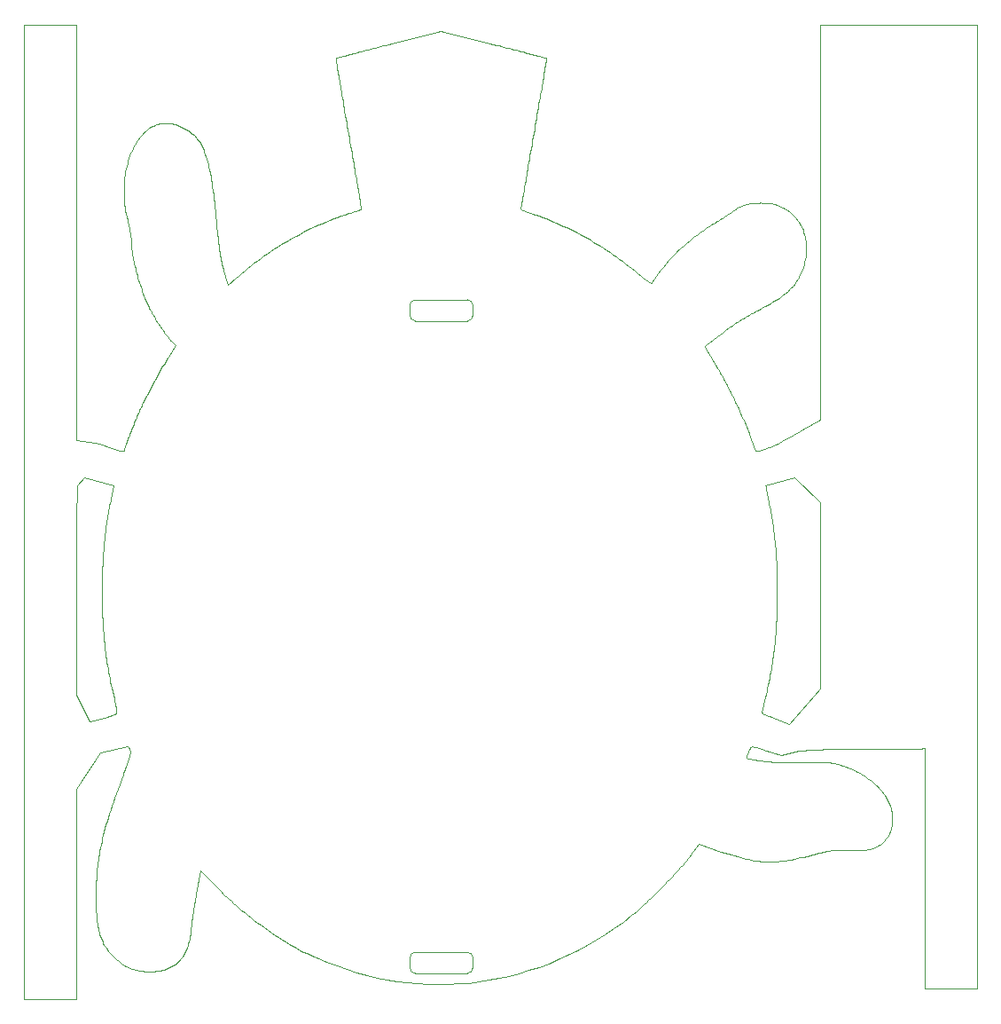
<source format=gbr>
G04 #@! TF.GenerationSoftware,KiCad,Pcbnew,(5.1.12-1-10_14)*
G04 #@! TF.CreationDate,2021-12-30T21:01:29-05:00*
G04 #@! TF.ProjectId,blinky,626c696e-6b79-42e6-9b69-6361645f7063,rev?*
G04 #@! TF.SameCoordinates,Original*
G04 #@! TF.FileFunction,Profile,NP*
%FSLAX46Y46*%
G04 Gerber Fmt 4.6, Leading zero omitted, Abs format (unit mm)*
G04 Created by KiCad (PCBNEW (5.1.12-1-10_14)) date 2021-12-30 21:01:29*
%MOMM*%
%LPD*%
G01*
G04 APERTURE LIST*
G04 #@! TA.AperFunction,Profile*
%ADD10C,0.050000*%
G04 #@! TD*
G04 #@! TA.AperFunction,Profile*
%ADD11C,0.064800*%
G04 #@! TD*
G04 APERTURE END LIST*
D10*
X49500000Y-138750000D02*
X47225385Y-142203952D01*
X52094896Y-138121336D02*
X49500000Y-138750000D01*
X115750000Y-112500000D02*
X113010870Y-113219056D01*
X118251523Y-114898834D02*
X115750000Y-112500000D01*
X47250000Y-113250000D02*
X47225385Y-116544862D01*
X48000000Y-112500000D02*
X47250000Y-113250000D01*
X50738005Y-113266580D02*
X48000000Y-112500000D01*
X48500000Y-135750000D02*
X47225385Y-133282612D01*
X50217629Y-135326800D02*
X48500000Y-135750000D01*
X114500000Y-139000000D02*
X116170673Y-138595888D01*
X112809177Y-138451888D02*
X114500000Y-139000000D01*
X115250000Y-136000000D02*
X113544235Y-135341416D01*
X118259443Y-132612724D02*
X115250000Y-136000000D01*
D11*
X60924738Y-151850692D02*
X61056484Y-152002091D01*
X61056484Y-152002091D02*
X61207259Y-152165246D01*
X61207259Y-152165246D02*
X61376173Y-152339309D01*
X61376173Y-152339309D02*
X61562337Y-152523432D01*
X61562337Y-152523432D02*
X61764861Y-152716767D01*
X61764861Y-152716767D02*
X61982856Y-152918469D01*
X61982856Y-152918469D02*
X62215432Y-153127689D01*
X62215432Y-153127689D02*
X62461700Y-153343580D01*
X62461700Y-153343580D02*
X62720771Y-153565295D01*
X62720771Y-153565295D02*
X62991754Y-153791986D01*
X62991754Y-153791986D02*
X63273761Y-154022807D01*
X63273761Y-154022807D02*
X63565902Y-154256910D01*
X63565902Y-154256910D02*
X63867287Y-154493447D01*
X63867287Y-154493447D02*
X64177027Y-154731572D01*
X64177027Y-154731572D02*
X64494233Y-154970437D01*
X64494233Y-154970437D02*
X64818015Y-155209195D01*
X64818015Y-155209195D02*
X65147484Y-155446998D01*
X65147484Y-155446998D02*
X65481749Y-155682999D01*
X65481749Y-155682999D02*
X65819923Y-155916351D01*
X65819923Y-155916351D02*
X66161115Y-156146207D01*
X66161115Y-156146207D02*
X66504435Y-156371720D01*
X66504435Y-156371720D02*
X66848995Y-156592041D01*
X66848995Y-156592041D02*
X67193905Y-156806324D01*
X67193905Y-156806324D02*
X67538275Y-157013722D01*
X67538275Y-157013722D02*
X67881216Y-157213386D01*
X67881216Y-157213386D02*
X68221839Y-157404471D01*
X68221839Y-157404471D02*
X68559254Y-157586128D01*
X68559254Y-157586128D02*
X68892571Y-157757510D01*
X68892571Y-157757510D02*
X69220901Y-157917771D01*
X69220901Y-157917771D02*
X69543355Y-158066062D01*
X69543355Y-158066062D02*
X69859043Y-158201537D01*
X69859043Y-158201537D02*
X70167076Y-158323348D01*
X59077546Y-150025132D02*
X60924738Y-151850692D01*
D10*
X133225385Y-69299920D02*
X118258205Y-69299920D01*
X133225385Y-161299920D02*
X133225385Y-69299920D01*
X128225385Y-161299920D02*
X133225385Y-161299920D01*
X128225385Y-138299920D02*
X128225385Y-161299920D01*
X42225385Y-162299920D02*
X47225385Y-162299920D01*
X47225385Y-162299920D02*
X47225385Y-161669224D01*
X128225385Y-138299920D02*
X127755225Y-138381904D01*
X42225385Y-69299920D02*
X42225385Y-162299920D01*
X47225385Y-69299920D02*
X42225385Y-69299920D01*
D11*
X50607880Y-109713146D02*
X50607880Y-109713146D01*
X56699415Y-99899182D02*
X56018385Y-100959163D01*
X56309221Y-99528098D02*
X56699415Y-99899182D01*
X51778751Y-109884326D02*
X51763031Y-109954798D01*
X51763031Y-109954798D02*
X51706343Y-109992327D01*
X51706343Y-109992327D02*
X51621887Y-109997227D01*
X51621887Y-109997227D02*
X51530931Y-109985545D01*
X51530931Y-109985545D02*
X51455428Y-109970194D01*
X51455428Y-109970194D02*
X51366966Y-109948635D01*
X51366966Y-109948635D02*
X51264628Y-109920737D01*
X51264628Y-109920737D02*
X51147502Y-109886364D01*
X51147502Y-109886364D02*
X51083106Y-109866708D01*
X51083106Y-109866708D02*
X51014670Y-109845383D01*
X51014670Y-109845383D02*
X50942079Y-109822373D01*
X50942079Y-109822373D02*
X50865219Y-109797661D01*
X50865219Y-109797661D02*
X50783975Y-109771230D01*
X50783975Y-109771230D02*
X50698234Y-109743064D01*
X50698234Y-109743064D02*
X50607880Y-109713146D01*
X53303877Y-105922058D02*
X53244853Y-106054991D01*
X53244853Y-106054991D02*
X53184390Y-106192983D01*
X53184390Y-106192983D02*
X53122704Y-106335468D01*
X53122704Y-106335468D02*
X53060013Y-106481883D01*
X53060013Y-106481883D02*
X52996533Y-106631661D01*
X52996533Y-106631661D02*
X52932482Y-106784240D01*
X52932482Y-106784240D02*
X52868078Y-106939054D01*
X52868078Y-106939054D02*
X52803538Y-107095538D01*
X52803538Y-107095538D02*
X52739079Y-107253128D01*
X52739079Y-107253128D02*
X52674918Y-107411259D01*
X52674918Y-107411259D02*
X52611273Y-107569367D01*
X52611273Y-107569367D02*
X52548361Y-107726887D01*
X52548361Y-107726887D02*
X52486400Y-107883255D01*
X52486400Y-107883255D02*
X52425606Y-108037905D01*
X52425606Y-108037905D02*
X52366198Y-108190274D01*
X52366198Y-108190274D02*
X52308391Y-108339797D01*
X52308391Y-108339797D02*
X52252405Y-108485908D01*
X52252405Y-108485908D02*
X52198455Y-108628044D01*
X52198455Y-108628044D02*
X52146760Y-108765639D01*
X52146760Y-108765639D02*
X52097536Y-108898130D01*
X52097536Y-108898130D02*
X52051002Y-109024951D01*
X52051002Y-109024951D02*
X52007374Y-109145539D01*
X52007374Y-109145539D02*
X51966869Y-109259327D01*
X51966869Y-109259327D02*
X51929706Y-109365753D01*
X51929706Y-109365753D02*
X51896100Y-109464250D01*
X51896100Y-109464250D02*
X51866271Y-109554255D01*
X51866271Y-109554255D02*
X51840434Y-109635203D01*
X51840434Y-109635203D02*
X51818807Y-109706530D01*
X51818807Y-109706530D02*
X51789054Y-109818059D01*
X51789054Y-109818059D02*
X51778751Y-109884326D01*
X56018385Y-100959163D02*
X55924939Y-101105445D01*
X55924939Y-101105445D02*
X55831216Y-101253819D01*
X55831216Y-101253819D02*
X55737298Y-101404134D01*
X55737298Y-101404134D02*
X55643270Y-101556236D01*
X55643270Y-101556236D02*
X55549213Y-101709974D01*
X55549213Y-101709974D02*
X55455213Y-101865194D01*
X55455213Y-101865194D02*
X55361351Y-102021745D01*
X55361351Y-102021745D02*
X55267712Y-102179474D01*
X55267712Y-102179474D02*
X55174378Y-102338228D01*
X55174378Y-102338228D02*
X55081434Y-102497856D01*
X55081434Y-102497856D02*
X54988962Y-102658204D01*
X54988962Y-102658204D02*
X54897046Y-102819120D01*
X54897046Y-102819120D02*
X54805770Y-102980453D01*
X54805770Y-102980453D02*
X54715216Y-103142048D01*
X54715216Y-103142048D02*
X54625469Y-103303755D01*
X54625469Y-103303755D02*
X54536610Y-103465420D01*
X54536610Y-103465420D02*
X54448725Y-103626892D01*
X54448725Y-103626892D02*
X54361896Y-103788017D01*
X54361896Y-103788017D02*
X54276206Y-103948644D01*
X54276206Y-103948644D02*
X54191739Y-104108619D01*
X54191739Y-104108619D02*
X54108579Y-104267791D01*
X54108579Y-104267791D02*
X54026808Y-104426007D01*
X54026808Y-104426007D02*
X53946510Y-104583115D01*
X53946510Y-104583115D02*
X53867769Y-104738962D01*
X53867769Y-104738962D02*
X53790668Y-104893395D01*
X53790668Y-104893395D02*
X53715289Y-105046263D01*
X53715289Y-105046263D02*
X53641718Y-105197413D01*
X53641718Y-105197413D02*
X53570036Y-105346693D01*
X53570036Y-105346693D02*
X53500328Y-105493949D01*
X53500328Y-105493949D02*
X53432676Y-105639031D01*
X53432676Y-105639031D02*
X53367165Y-105781784D01*
X53367165Y-105781784D02*
X53303877Y-105922058D01*
X61700869Y-94142739D02*
X61431877Y-93323350D01*
X62423483Y-93482316D02*
X61700869Y-94142739D01*
X54131085Y-96258794D02*
X54183314Y-96361615D01*
X54183314Y-96361615D02*
X54238899Y-96467895D01*
X54238899Y-96467895D02*
X54297604Y-96577284D01*
X54297604Y-96577284D02*
X54359197Y-96689431D01*
X54359197Y-96689431D02*
X54423445Y-96803987D01*
X54423445Y-96803987D02*
X54490114Y-96920601D01*
X54490114Y-96920601D02*
X54558970Y-97038924D01*
X54558970Y-97038924D02*
X54629782Y-97158604D01*
X54629782Y-97158604D02*
X54702315Y-97279293D01*
X54702315Y-97279293D02*
X54776337Y-97400639D01*
X54776337Y-97400639D02*
X54851613Y-97522294D01*
X54851613Y-97522294D02*
X54927911Y-97643905D01*
X54927911Y-97643905D02*
X55004998Y-97765125D01*
X55004998Y-97765125D02*
X55082639Y-97885602D01*
X55082639Y-97885602D02*
X55160603Y-98004987D01*
X55160603Y-98004987D02*
X55238655Y-98122928D01*
X55238655Y-98122928D02*
X55316563Y-98239077D01*
X55316563Y-98239077D02*
X55394093Y-98353083D01*
X55394093Y-98353083D02*
X55471012Y-98464596D01*
X55471012Y-98464596D02*
X55547087Y-98573266D01*
X55547087Y-98573266D02*
X55622084Y-98678742D01*
X55622084Y-98678742D02*
X55695770Y-98780675D01*
X55695770Y-98780675D02*
X55767912Y-98878715D01*
X55767912Y-98878715D02*
X55838277Y-98972511D01*
X55838277Y-98972511D02*
X55906631Y-99061713D01*
X55906631Y-99061713D02*
X55972742Y-99145972D01*
X55972742Y-99145972D02*
X56036375Y-99224936D01*
X56036375Y-99224936D02*
X56097298Y-99298257D01*
X56097298Y-99298257D02*
X56155277Y-99365584D01*
X56155277Y-99365584D02*
X56210079Y-99426566D01*
X56210079Y-99426566D02*
X56261472Y-99480854D01*
X56261472Y-99480854D02*
X56309221Y-99528098D01*
X52429098Y-89883018D02*
X52431610Y-90026482D01*
X52431610Y-90026482D02*
X52438979Y-90179487D01*
X52438979Y-90179487D02*
X52451044Y-90341438D01*
X52451044Y-90341438D02*
X52467647Y-90511740D01*
X52467647Y-90511740D02*
X52488629Y-90689800D01*
X52488629Y-90689800D02*
X52513832Y-90875023D01*
X52513832Y-90875023D02*
X52543098Y-91066816D01*
X52543098Y-91066816D02*
X52576267Y-91264584D01*
X52576267Y-91264584D02*
X52613182Y-91467732D01*
X52613182Y-91467732D02*
X52653683Y-91675668D01*
X52653683Y-91675668D02*
X52697611Y-91887796D01*
X52697611Y-91887796D02*
X52744810Y-92103523D01*
X52744810Y-92103523D02*
X52795118Y-92322255D01*
X52795118Y-92322255D02*
X52848379Y-92543397D01*
X52848379Y-92543397D02*
X52904434Y-92766354D01*
X52904434Y-92766354D02*
X52963123Y-92990534D01*
X52963123Y-92990534D02*
X53024289Y-93215342D01*
X53024289Y-93215342D02*
X53087772Y-93440184D01*
X53087772Y-93440184D02*
X53153414Y-93664465D01*
X53153414Y-93664465D02*
X53221057Y-93887592D01*
X53221057Y-93887592D02*
X53290542Y-94108970D01*
X53290542Y-94108970D02*
X53361711Y-94328005D01*
X53361711Y-94328005D02*
X53434404Y-94544103D01*
X53434404Y-94544103D02*
X53508463Y-94756671D01*
X53508463Y-94756671D02*
X53583729Y-94965113D01*
X53583729Y-94965113D02*
X53660045Y-95168835D01*
X53660045Y-95168835D02*
X53737251Y-95367245D01*
X53737251Y-95367245D02*
X53815188Y-95559746D01*
X53815188Y-95559746D02*
X53893699Y-95745746D01*
X53893699Y-95745746D02*
X53972625Y-95924650D01*
X53972625Y-95924650D02*
X54051806Y-96095864D01*
X54051806Y-96095864D02*
X54131085Y-96258794D01*
X52080258Y-87903655D02*
X52098131Y-87974477D01*
X52098131Y-87974477D02*
X52115777Y-88045990D01*
X52115777Y-88045990D02*
X52133176Y-88118066D01*
X52133176Y-88118066D02*
X52150303Y-88190578D01*
X52150303Y-88190578D02*
X52167138Y-88263400D01*
X52167138Y-88263400D02*
X52183656Y-88336404D01*
X52183656Y-88336404D02*
X52199837Y-88409463D01*
X52199837Y-88409463D02*
X52215657Y-88482452D01*
X52215657Y-88482452D02*
X52231095Y-88555243D01*
X52231095Y-88555243D02*
X52246128Y-88627708D01*
X52246128Y-88627708D02*
X52260733Y-88699722D01*
X52260733Y-88699722D02*
X52274888Y-88771158D01*
X52274888Y-88771158D02*
X52288572Y-88841888D01*
X52288572Y-88841888D02*
X52301761Y-88911785D01*
X52301761Y-88911785D02*
X52314432Y-88980724D01*
X52314432Y-88980724D02*
X52326565Y-89048577D01*
X52326565Y-89048577D02*
X52338136Y-89115216D01*
X52338136Y-89115216D02*
X52349123Y-89180517D01*
X52349123Y-89180517D02*
X52369256Y-89306591D01*
X52369256Y-89306591D02*
X52386784Y-89425784D01*
X52386784Y-89425784D02*
X52401529Y-89537081D01*
X52401529Y-89537081D02*
X52413312Y-89639468D01*
X52413312Y-89639468D02*
X52421953Y-89731929D01*
X52421953Y-89731929D02*
X52427275Y-89813451D01*
X52427275Y-89813451D02*
X52429098Y-89883018D01*
X53538643Y-79717194D02*
X53387890Y-79886301D01*
X53387890Y-79886301D02*
X53243299Y-80064514D01*
X53243299Y-80064514D02*
X53104929Y-80251483D01*
X53104929Y-80251483D02*
X52972845Y-80446855D01*
X52972845Y-80446855D02*
X52847109Y-80650279D01*
X52847109Y-80650279D02*
X52727783Y-80861406D01*
X52727783Y-80861406D02*
X52614930Y-81079882D01*
X52614930Y-81079882D02*
X52508613Y-81305358D01*
X52508613Y-81305358D02*
X52408893Y-81537482D01*
X52408893Y-81537482D02*
X52315834Y-81775903D01*
X52315834Y-81775903D02*
X52229498Y-82020270D01*
X52229498Y-82020270D02*
X52149948Y-82270232D01*
X52149948Y-82270232D02*
X52077246Y-82525437D01*
X52077246Y-82525437D02*
X52011454Y-82785536D01*
X52011454Y-82785536D02*
X51952636Y-83050175D01*
X51952636Y-83050175D02*
X51900854Y-83319005D01*
X51900854Y-83319005D02*
X51856170Y-83591674D01*
X51856170Y-83591674D02*
X51818648Y-83867831D01*
X51818648Y-83867831D02*
X51788348Y-84147125D01*
X51788348Y-84147125D02*
X51765335Y-84429205D01*
X51765335Y-84429205D02*
X51749670Y-84713720D01*
X51749670Y-84713720D02*
X51741417Y-85000318D01*
X51741417Y-85000318D02*
X51740637Y-85288649D01*
X51740637Y-85288649D02*
X51747394Y-85578361D01*
X51747394Y-85578361D02*
X51761749Y-85869104D01*
X51761749Y-85869104D02*
X51783766Y-86160525D01*
X51783766Y-86160525D02*
X51813506Y-86452275D01*
X51813506Y-86452275D02*
X51851033Y-86744002D01*
X51851033Y-86744002D02*
X51896409Y-87035354D01*
X51896409Y-87035354D02*
X51949697Y-87325981D01*
X51949697Y-87325981D02*
X52010959Y-87615531D01*
X52010959Y-87615531D02*
X52080258Y-87903655D01*
X58336583Y-79752114D02*
X58167908Y-79623196D01*
X58167908Y-79623196D02*
X57999950Y-79502522D01*
X57999950Y-79502522D02*
X57832759Y-79390092D01*
X57832759Y-79390092D02*
X57666383Y-79285906D01*
X57666383Y-79285906D02*
X57500873Y-79189964D01*
X57500873Y-79189964D02*
X57336276Y-79102267D01*
X57336276Y-79102267D02*
X57172643Y-79022815D01*
X57172643Y-79022815D02*
X57010022Y-78951609D01*
X57010022Y-78951609D02*
X56848462Y-78888649D01*
X56848462Y-78888649D02*
X56688013Y-78833935D01*
X56688013Y-78833935D02*
X56528724Y-78787467D01*
X56528724Y-78787467D02*
X56370644Y-78749246D01*
X56370644Y-78749246D02*
X56213822Y-78719273D01*
X56213822Y-78719273D02*
X56058307Y-78697547D01*
X56058307Y-78697547D02*
X55904149Y-78684069D01*
X55904149Y-78684069D02*
X55751397Y-78678839D01*
X55751397Y-78678839D02*
X55600099Y-78681857D01*
X55600099Y-78681857D02*
X55450305Y-78693125D01*
X55450305Y-78693125D02*
X55302065Y-78712642D01*
X55302065Y-78712642D02*
X55155426Y-78740408D01*
X55155426Y-78740408D02*
X55010439Y-78776424D01*
X55010439Y-78776424D02*
X54867153Y-78820691D01*
X54867153Y-78820691D02*
X54725617Y-78873208D01*
X54725617Y-78873208D02*
X54585879Y-78933976D01*
X54585879Y-78933976D02*
X54447990Y-79002995D01*
X54447990Y-79002995D02*
X54311998Y-79080266D01*
X54311998Y-79080266D02*
X54177953Y-79165788D01*
X54177953Y-79165788D02*
X54045903Y-79259564D01*
X54045903Y-79259564D02*
X53915898Y-79361591D01*
X53915898Y-79361591D02*
X53787986Y-79471872D01*
X53787986Y-79471872D02*
X53662218Y-79590406D01*
X53662218Y-79590406D02*
X53538643Y-79717194D01*
X60561397Y-88033852D02*
X60520581Y-87571853D01*
X60520581Y-87571853D02*
X60478512Y-87125187D01*
X60478512Y-87125187D02*
X60435127Y-86693633D01*
X60435127Y-86693633D02*
X60390369Y-86276967D01*
X60390369Y-86276967D02*
X60344176Y-85874968D01*
X60344176Y-85874968D02*
X60296490Y-85487412D01*
X60296490Y-85487412D02*
X60247250Y-85114078D01*
X60247250Y-85114078D02*
X60196397Y-84754743D01*
X60196397Y-84754743D02*
X60143871Y-84409185D01*
X60143871Y-84409185D02*
X60089612Y-84077181D01*
X60089612Y-84077181D02*
X60033561Y-83758508D01*
X60033561Y-83758508D02*
X59975657Y-83452945D01*
X59975657Y-83452945D02*
X59915841Y-83160269D01*
X59915841Y-83160269D02*
X59854054Y-82880257D01*
X59854054Y-82880257D02*
X59790235Y-82612687D01*
X59790235Y-82612687D02*
X59724325Y-82357337D01*
X59724325Y-82357337D02*
X59656263Y-82113984D01*
X59656263Y-82113984D02*
X59585991Y-81882406D01*
X59585991Y-81882406D02*
X59513448Y-81662381D01*
X59513448Y-81662381D02*
X59438575Y-81453685D01*
X59438575Y-81453685D02*
X59361312Y-81256097D01*
X59361312Y-81256097D02*
X59281599Y-81069394D01*
X59281599Y-81069394D02*
X59199377Y-80893354D01*
X59199377Y-80893354D02*
X59114585Y-80727754D01*
X59114585Y-80727754D02*
X59027164Y-80572372D01*
X59027164Y-80572372D02*
X58937054Y-80426985D01*
X58937054Y-80426985D02*
X58844195Y-80291371D01*
X58844195Y-80291371D02*
X58748529Y-80165308D01*
X58748529Y-80165308D02*
X58649994Y-80048573D01*
X58649994Y-80048573D02*
X58548531Y-79940944D01*
X58548531Y-79940944D02*
X58444080Y-79842198D01*
X58444080Y-79842198D02*
X58336583Y-79752114D01*
X61431877Y-93323350D02*
X61394667Y-93207755D01*
X61394667Y-93207755D02*
X61358314Y-93090230D01*
X61358314Y-93090230D02*
X61322795Y-92970648D01*
X61322795Y-92970648D02*
X61288090Y-92848880D01*
X61288090Y-92848880D02*
X61254177Y-92724800D01*
X61254177Y-92724800D02*
X61221036Y-92598278D01*
X61221036Y-92598278D02*
X61188646Y-92469189D01*
X61188646Y-92469189D02*
X61156985Y-92337404D01*
X61156985Y-92337404D02*
X61126033Y-92202795D01*
X61126033Y-92202795D02*
X61095769Y-92065235D01*
X61095769Y-92065235D02*
X61066171Y-91924596D01*
X61066171Y-91924596D02*
X61037219Y-91780750D01*
X61037219Y-91780750D02*
X61008891Y-91633570D01*
X61008891Y-91633570D02*
X60981167Y-91482929D01*
X60981167Y-91482929D02*
X60954025Y-91328697D01*
X60954025Y-91328697D02*
X60927445Y-91170749D01*
X60927445Y-91170749D02*
X60901406Y-91008955D01*
X60901406Y-91008955D02*
X60875886Y-90843189D01*
X60875886Y-90843189D02*
X60850865Y-90673323D01*
X60850865Y-90673323D02*
X60826321Y-90499229D01*
X60826321Y-90499229D02*
X60802234Y-90320779D01*
X60802234Y-90320779D02*
X60778582Y-90137846D01*
X60778582Y-90137846D02*
X60755345Y-89950302D01*
X60755345Y-89950302D02*
X60732501Y-89758019D01*
X60732501Y-89758019D02*
X60710030Y-89560871D01*
X60710030Y-89560871D02*
X60687910Y-89358728D01*
X60687910Y-89358728D02*
X60666121Y-89151464D01*
X60666121Y-89151464D02*
X60644641Y-88938951D01*
X60644641Y-88938951D02*
X60623450Y-88721060D01*
X60623450Y-88721060D02*
X60602526Y-88497665D01*
X60602526Y-88497665D02*
X60581848Y-88268638D01*
X60581848Y-88268638D02*
X60561397Y-88033852D01*
X82034411Y-69893355D02*
X77021613Y-71168896D01*
X87039063Y-71168648D02*
X82034411Y-69893355D01*
X73179685Y-87305331D02*
X72825245Y-87419886D01*
X72825245Y-87419886D02*
X72469157Y-87541130D01*
X72469157Y-87541130D02*
X72111702Y-87668899D01*
X72111702Y-87668899D02*
X71753165Y-87803032D01*
X71753165Y-87803032D02*
X71393827Y-87943365D01*
X71393827Y-87943365D02*
X71033971Y-88089737D01*
X71033971Y-88089737D02*
X70673882Y-88241984D01*
X70673882Y-88241984D02*
X70313842Y-88399945D01*
X70313842Y-88399945D02*
X69954134Y-88563456D01*
X69954134Y-88563456D02*
X69595041Y-88732355D01*
X69595041Y-88732355D02*
X69236846Y-88906479D01*
X69236846Y-88906479D02*
X68879832Y-89085667D01*
X68879832Y-89085667D02*
X68524282Y-89269755D01*
X68524282Y-89269755D02*
X68170480Y-89458580D01*
X68170480Y-89458580D02*
X67818708Y-89651981D01*
X67818708Y-89651981D02*
X67469249Y-89849795D01*
X67469249Y-89849795D02*
X67122386Y-90051859D01*
X67122386Y-90051859D02*
X66778403Y-90258010D01*
X66778403Y-90258010D02*
X66437583Y-90468087D01*
X66437583Y-90468087D02*
X66100207Y-90681926D01*
X66100207Y-90681926D02*
X65766561Y-90899366D01*
X65766561Y-90899366D02*
X65436926Y-91120243D01*
X65436926Y-91120243D02*
X65111585Y-91344394D01*
X65111585Y-91344394D02*
X64790823Y-91571659D01*
X64790823Y-91571659D02*
X64474921Y-91801873D01*
X64474921Y-91801873D02*
X64164163Y-92034874D01*
X64164163Y-92034874D02*
X63858831Y-92270501D01*
X63858831Y-92270501D02*
X63559210Y-92508589D01*
X63559210Y-92508589D02*
X63265581Y-92748978D01*
X63265581Y-92748978D02*
X62978228Y-92991503D01*
X62978228Y-92991503D02*
X62697434Y-93236003D01*
X62697434Y-93236003D02*
X62423483Y-93482316D01*
X74394808Y-86910026D02*
X74328764Y-86934769D01*
X74328764Y-86934769D02*
X74259687Y-86958298D01*
X74259687Y-86958298D02*
X74169376Y-86988356D01*
X74169376Y-86988356D02*
X74098407Y-87011687D01*
X74098407Y-87011687D02*
X74019557Y-87037415D01*
X74019557Y-87037415D02*
X73933447Y-87065338D01*
X73933447Y-87065338D02*
X73840700Y-87095256D01*
X73840700Y-87095256D02*
X73741937Y-87126965D01*
X73741937Y-87126965D02*
X73637782Y-87160265D01*
X73637782Y-87160265D02*
X73528857Y-87194954D01*
X73528857Y-87194954D02*
X73415784Y-87230828D01*
X73415784Y-87230828D02*
X73299186Y-87267688D01*
X73299186Y-87267688D02*
X73179685Y-87305331D01*
X73185686Y-79701649D02*
X73249874Y-80069785D01*
X73249874Y-80069785D02*
X73313134Y-80433324D01*
X73313134Y-80433324D02*
X73375388Y-80791803D01*
X73375388Y-80791803D02*
X73436558Y-81144760D01*
X73436558Y-81144760D02*
X73496567Y-81491733D01*
X73496567Y-81491733D02*
X73555338Y-81832260D01*
X73555338Y-81832260D02*
X73612793Y-82165879D01*
X73612793Y-82165879D02*
X73668854Y-82492128D01*
X73668854Y-82492128D02*
X73723445Y-82810545D01*
X73723445Y-82810545D02*
X73776486Y-83120668D01*
X73776486Y-83120668D02*
X73827902Y-83422036D01*
X73827902Y-83422036D02*
X73877615Y-83714185D01*
X73877615Y-83714185D02*
X73925546Y-83996656D01*
X73925546Y-83996656D02*
X73971619Y-84268984D01*
X73971619Y-84268984D02*
X74015756Y-84530709D01*
X74015756Y-84530709D02*
X74057880Y-84781368D01*
X74057880Y-84781368D02*
X74097913Y-85020499D01*
X74097913Y-85020499D02*
X74135778Y-85247641D01*
X74135778Y-85247641D02*
X74171396Y-85462332D01*
X74171396Y-85462332D02*
X74204692Y-85664109D01*
X74204692Y-85664109D02*
X74235586Y-85852510D01*
X74235586Y-85852510D02*
X74264002Y-86027075D01*
X74264002Y-86027075D02*
X74289862Y-86187339D01*
X74289862Y-86187339D02*
X74313089Y-86332843D01*
X74313089Y-86332843D02*
X74333606Y-86463123D01*
X74333606Y-86463123D02*
X74351333Y-86577718D01*
X74351333Y-86577718D02*
X74366196Y-86676165D01*
X74366196Y-86676165D02*
X74378114Y-86758004D01*
X74378114Y-86758004D02*
X74387013Y-86822771D01*
X74387013Y-86822771D02*
X74395437Y-86899244D01*
X74395437Y-86899244D02*
X74394808Y-86910026D01*
X71970561Y-72482425D02*
X71979302Y-72571323D01*
X71979302Y-72571323D02*
X71988504Y-72636622D01*
X71988504Y-72636622D02*
X72000720Y-72718983D01*
X72000720Y-72718983D02*
X72015872Y-72817944D01*
X72015872Y-72817944D02*
X72033883Y-72933042D01*
X72033883Y-72933042D02*
X72054675Y-73063814D01*
X72054675Y-73063814D02*
X72078170Y-73209797D01*
X72078170Y-73209797D02*
X72104290Y-73370530D01*
X72104290Y-73370530D02*
X72132957Y-73545548D01*
X72132957Y-73545548D02*
X72164095Y-73734390D01*
X72164095Y-73734390D02*
X72197624Y-73936592D01*
X72197624Y-73936592D02*
X72233468Y-74151693D01*
X72233468Y-74151693D02*
X72271547Y-74379229D01*
X72271547Y-74379229D02*
X72311786Y-74618738D01*
X72311786Y-74618738D02*
X72354105Y-74869758D01*
X72354105Y-74869758D02*
X72398427Y-75131824D01*
X72398427Y-75131824D02*
X72444674Y-75404476D01*
X72444674Y-75404476D02*
X72492769Y-75687249D01*
X72492769Y-75687249D02*
X72542633Y-75979682D01*
X72542633Y-75979682D02*
X72594189Y-76281312D01*
X72594189Y-76281312D02*
X72647359Y-76591676D01*
X72647359Y-76591676D02*
X72702065Y-76910312D01*
X72702065Y-76910312D02*
X72758230Y-77236756D01*
X72758230Y-77236756D02*
X72815775Y-77570547D01*
X72815775Y-77570547D02*
X72874624Y-77911220D01*
X72874624Y-77911220D02*
X72934697Y-78258315D01*
X72934697Y-78258315D02*
X72995918Y-78611368D01*
X72995918Y-78611368D02*
X73058208Y-78969916D01*
X73058208Y-78969916D02*
X73121490Y-79333497D01*
X73121490Y-79333497D02*
X73185686Y-79701649D01*
X77021613Y-71168896D02*
X76764612Y-71234328D01*
X76764612Y-71234328D02*
X76510772Y-71299029D01*
X76510772Y-71299029D02*
X76260415Y-71362914D01*
X76260415Y-71362914D02*
X76013866Y-71425900D01*
X76013866Y-71425900D02*
X75771448Y-71487901D01*
X75771448Y-71487901D02*
X75533485Y-71548835D01*
X75533485Y-71548835D02*
X75300300Y-71608616D01*
X75300300Y-71608616D02*
X75072217Y-71667161D01*
X75072217Y-71667161D02*
X74849561Y-71724385D01*
X74849561Y-71724385D02*
X74632654Y-71780204D01*
X74632654Y-71780204D02*
X74421820Y-71834534D01*
X74421820Y-71834534D02*
X74217384Y-71887291D01*
X74217384Y-71887291D02*
X74019668Y-71938391D01*
X74019668Y-71938391D02*
X73828997Y-71987749D01*
X73828997Y-71987749D02*
X73645694Y-72035281D01*
X73645694Y-72035281D02*
X73470084Y-72080903D01*
X73470084Y-72080903D02*
X73302488Y-72124532D01*
X73302488Y-72124532D02*
X73143232Y-72166082D01*
X73143232Y-72166082D02*
X72992639Y-72205469D01*
X72992639Y-72205469D02*
X72851033Y-72242610D01*
X72851033Y-72242610D02*
X72718738Y-72277420D01*
X72718738Y-72277420D02*
X72596076Y-72309816D01*
X72596076Y-72309816D02*
X72483373Y-72339712D01*
X72483373Y-72339712D02*
X72380951Y-72367024D01*
X72380951Y-72367024D02*
X72289135Y-72391669D01*
X72289135Y-72391669D02*
X72208247Y-72413563D01*
X72208247Y-72413563D02*
X72138613Y-72432621D01*
X72138613Y-72432621D02*
X72034396Y-72461892D01*
X72034396Y-72461892D02*
X71970561Y-72482425D01*
X118258205Y-107001777D02*
X116534417Y-107948178D01*
X118258205Y-88150849D02*
X118258205Y-107001777D01*
X118258205Y-69299920D02*
X118258205Y-88150849D01*
X47225385Y-89118723D02*
X47225385Y-69299920D01*
X47225385Y-108937540D02*
X47225385Y-89118723D01*
X48363726Y-109104400D02*
X47225385Y-108937540D01*
X92082094Y-72482317D02*
X92018300Y-72461698D01*
X92018300Y-72461698D02*
X91914221Y-72432381D01*
X91914221Y-72432381D02*
X91844685Y-72413304D01*
X91844685Y-72413304D02*
X91763916Y-72391392D01*
X91763916Y-72391392D02*
X91672237Y-72366731D01*
X91672237Y-72366731D02*
X91569972Y-72339405D01*
X91569972Y-72339405D02*
X91457442Y-72309497D01*
X91457442Y-72309497D02*
X91334972Y-72277091D01*
X91334972Y-72277091D02*
X91202885Y-72242272D01*
X91202885Y-72242272D02*
X91061503Y-72205124D01*
X91061503Y-72205124D02*
X90911149Y-72165731D01*
X90911149Y-72165731D02*
X90752148Y-72124178D01*
X90752148Y-72124178D02*
X90584822Y-72080547D01*
X90584822Y-72080547D02*
X90409493Y-72034923D01*
X90409493Y-72034923D02*
X90226486Y-71987392D01*
X90226486Y-71987392D02*
X90036123Y-71938035D01*
X90036123Y-71938035D02*
X89838728Y-71886938D01*
X89838728Y-71886938D02*
X89634623Y-71834185D01*
X89634623Y-71834185D02*
X89424132Y-71779860D01*
X89424132Y-71779860D02*
X89207578Y-71724047D01*
X89207578Y-71724047D02*
X88985284Y-71666830D01*
X88985284Y-71666830D02*
X88757573Y-71608293D01*
X88757573Y-71608293D02*
X88524768Y-71548521D01*
X88524768Y-71548521D02*
X88287192Y-71487597D01*
X88287192Y-71487597D02*
X88045169Y-71425605D01*
X88045169Y-71425605D02*
X87799021Y-71362631D01*
X87799021Y-71362631D02*
X87549072Y-71298757D01*
X87549072Y-71298757D02*
X87295645Y-71234068D01*
X87295645Y-71234068D02*
X87039063Y-71168648D01*
X90878697Y-79632792D02*
X90942299Y-79268183D01*
X90942299Y-79268183D02*
X91004995Y-78908099D01*
X91004995Y-78908099D02*
X91066708Y-78552997D01*
X91066708Y-78552997D02*
X91127361Y-78203336D01*
X91127361Y-78203336D02*
X91186877Y-77859574D01*
X91186877Y-77859574D02*
X91245178Y-77522170D01*
X91245178Y-77522170D02*
X91302187Y-77191582D01*
X91302187Y-77191582D02*
X91357828Y-76868267D01*
X91357828Y-76868267D02*
X91412023Y-76552684D01*
X91412023Y-76552684D02*
X91464695Y-76245292D01*
X91464695Y-76245292D02*
X91515767Y-75946548D01*
X91515767Y-75946548D02*
X91565162Y-75656911D01*
X91565162Y-75656911D02*
X91612803Y-75376840D01*
X91612803Y-75376840D02*
X91658612Y-75106791D01*
X91658612Y-75106791D02*
X91702513Y-74847225D01*
X91702513Y-74847225D02*
X91744428Y-74598598D01*
X91744428Y-74598598D02*
X91784280Y-74361369D01*
X91784280Y-74361369D02*
X91821993Y-74135997D01*
X91821993Y-74135997D02*
X91857488Y-73922939D01*
X91857488Y-73922939D02*
X91890690Y-73722654D01*
X91890690Y-73722654D02*
X91921520Y-73535600D01*
X91921520Y-73535600D02*
X91949901Y-73362235D01*
X91949901Y-73362235D02*
X91975758Y-73203018D01*
X91975758Y-73203018D02*
X91999011Y-73058407D01*
X91999011Y-73058407D02*
X92019585Y-72928860D01*
X92019585Y-72928860D02*
X92037403Y-72814835D01*
X92037403Y-72814835D02*
X92052386Y-72716791D01*
X92052386Y-72716791D02*
X92064458Y-72635185D01*
X92064458Y-72635185D02*
X92073542Y-72570477D01*
X92073542Y-72570477D02*
X92082437Y-72493584D01*
X92082437Y-72493584D02*
X92082094Y-72482317D01*
X89636923Y-86858298D02*
X89651298Y-86758748D01*
X89651298Y-86758748D02*
X89662267Y-86690353D01*
X89662267Y-86690353D02*
X89676192Y-86605125D01*
X89676192Y-86605125D02*
X89692993Y-86503526D01*
X89692993Y-86503526D02*
X89712591Y-86386020D01*
X89712591Y-86386020D02*
X89734905Y-86253068D01*
X89734905Y-86253068D02*
X89759858Y-86105136D01*
X89759858Y-86105136D02*
X89787368Y-85942684D01*
X89787368Y-85942684D02*
X89817357Y-85766177D01*
X89817357Y-85766177D02*
X89849744Y-85576078D01*
X89849744Y-85576078D02*
X89884451Y-85372850D01*
X89884451Y-85372850D02*
X89921398Y-85156955D01*
X89921398Y-85156955D02*
X89960504Y-84928857D01*
X89960504Y-84928857D02*
X90001691Y-84689019D01*
X90001691Y-84689019D02*
X90044879Y-84437903D01*
X90044879Y-84437903D02*
X90089989Y-84175974D01*
X90089989Y-84175974D02*
X90136940Y-83903693D01*
X90136940Y-83903693D02*
X90185653Y-83621524D01*
X90185653Y-83621524D02*
X90236049Y-83329931D01*
X90236049Y-83329931D02*
X90288048Y-83029376D01*
X90288048Y-83029376D02*
X90341570Y-82720322D01*
X90341570Y-82720322D02*
X90396536Y-82403232D01*
X90396536Y-82403232D02*
X90452867Y-82078569D01*
X90452867Y-82078569D02*
X90510482Y-81746797D01*
X90510482Y-81746797D02*
X90569303Y-81408378D01*
X90569303Y-81408378D02*
X90629248Y-81063776D01*
X90629248Y-81063776D02*
X90690240Y-80713453D01*
X90690240Y-80713453D02*
X90752199Y-80357872D01*
X90752199Y-80357872D02*
X90815044Y-79997498D01*
X90815044Y-79997498D02*
X90878697Y-79632792D01*
X90710217Y-87326229D02*
X90600883Y-87289528D01*
X90600883Y-87289528D02*
X90494615Y-87252701D01*
X90494615Y-87252701D02*
X90391963Y-87215989D01*
X90391963Y-87215989D02*
X90293477Y-87179631D01*
X90293477Y-87179631D02*
X90199708Y-87143866D01*
X90199708Y-87143866D02*
X90111206Y-87108936D01*
X90111206Y-87108936D02*
X90028521Y-87075080D01*
X90028521Y-87075080D02*
X89952203Y-87042538D01*
X89952203Y-87042538D02*
X89882803Y-87011550D01*
X89882803Y-87011550D02*
X89820871Y-86982356D01*
X89820871Y-86982356D02*
X89743179Y-86942453D01*
X89743179Y-86942453D02*
X89685386Y-86907935D01*
X89685386Y-86907935D02*
X89636923Y-86858298D01*
X100807291Y-93019114D02*
X100519960Y-92780776D01*
X100519960Y-92780776D02*
X100230376Y-92546092D01*
X100230376Y-92546092D02*
X99938581Y-92315086D01*
X99938581Y-92315086D02*
X99644619Y-92087784D01*
X99644619Y-92087784D02*
X99348533Y-91864209D01*
X99348533Y-91864209D02*
X99050366Y-91644386D01*
X99050366Y-91644386D02*
X98750163Y-91428340D01*
X98750163Y-91428340D02*
X98447966Y-91216095D01*
X98447966Y-91216095D02*
X98143820Y-91007675D01*
X98143820Y-91007675D02*
X97837766Y-90803105D01*
X97837766Y-90803105D02*
X97529850Y-90602410D01*
X97529850Y-90602410D02*
X97220114Y-90405614D01*
X97220114Y-90405614D02*
X96908602Y-90212742D01*
X96908602Y-90212742D02*
X96595358Y-90023817D01*
X96595358Y-90023817D02*
X96280424Y-89838866D01*
X96280424Y-89838866D02*
X95963844Y-89657911D01*
X95963844Y-89657911D02*
X95645663Y-89480978D01*
X95645663Y-89480978D02*
X95325922Y-89308090D01*
X95325922Y-89308090D02*
X95004666Y-89139274D01*
X95004666Y-89139274D02*
X94681938Y-88974552D01*
X94681938Y-88974552D02*
X94357782Y-88813950D01*
X94357782Y-88813950D02*
X94032241Y-88657493D01*
X94032241Y-88657493D02*
X93705358Y-88505203D01*
X93705358Y-88505203D02*
X93377177Y-88357107D01*
X93377177Y-88357107D02*
X93047742Y-88213228D01*
X93047742Y-88213228D02*
X92717095Y-88073592D01*
X92717095Y-88073592D02*
X92385281Y-87938222D01*
X92385281Y-87938222D02*
X92052343Y-87807143D01*
X92052343Y-87807143D02*
X91718324Y-87680380D01*
X91718324Y-87680380D02*
X91383267Y-87557957D01*
X91383267Y-87557957D02*
X91047217Y-87439898D01*
X91047217Y-87439898D02*
X90710217Y-87326229D01*
X102118253Y-93932172D02*
X102035679Y-93918325D01*
X102035679Y-93918325D02*
X101957446Y-93878114D01*
X101957446Y-93878114D02*
X101893148Y-93840050D01*
X101893148Y-93840050D02*
X101819918Y-93793527D01*
X101819918Y-93793527D02*
X101738429Y-93739013D01*
X101738429Y-93739013D02*
X101649353Y-93676975D01*
X101649353Y-93676975D02*
X101553363Y-93607882D01*
X101553363Y-93607882D02*
X101451130Y-93532201D01*
X101451130Y-93532201D02*
X101397882Y-93492036D01*
X101397882Y-93492036D02*
X101343326Y-93450400D01*
X101343326Y-93450400D02*
X101287545Y-93407351D01*
X101287545Y-93407351D02*
X101230624Y-93362948D01*
X101230624Y-93362948D02*
X101172645Y-93317249D01*
X101172645Y-93317249D02*
X101113695Y-93270312D01*
X101113695Y-93270312D02*
X101053855Y-93222196D01*
X101053855Y-93222196D02*
X100993211Y-93172960D01*
X100993211Y-93172960D02*
X100931846Y-93122662D01*
X100931846Y-93122662D02*
X100869845Y-93071360D01*
X100869845Y-93071360D02*
X100807291Y-93019114D01*
X102814389Y-92960964D02*
X102752463Y-93049358D01*
X102752463Y-93049358D02*
X102691328Y-93136384D01*
X102691328Y-93136384D02*
X102631340Y-93221542D01*
X102631340Y-93221542D02*
X102572856Y-93304337D01*
X102572856Y-93304337D02*
X102516233Y-93384268D01*
X102516233Y-93384268D02*
X102461827Y-93460839D01*
X102461827Y-93460839D02*
X102409996Y-93533551D01*
X102409996Y-93533551D02*
X102361096Y-93601908D01*
X102361096Y-93601908D02*
X102315485Y-93665409D01*
X102315485Y-93665409D02*
X102273518Y-93723558D01*
X102273518Y-93723558D02*
X102218184Y-93799658D01*
X102218184Y-93799658D02*
X102173059Y-93860913D01*
X102173059Y-93860913D02*
X102130854Y-93916593D01*
X102130854Y-93916593D02*
X102118253Y-93932172D01*
X108240751Y-88158420D02*
X108036045Y-88279868D01*
X108036045Y-88279868D02*
X107832392Y-88404237D01*
X107832392Y-88404237D02*
X107629912Y-88531421D01*
X107629912Y-88531421D02*
X107428729Y-88661312D01*
X107428729Y-88661312D02*
X107228962Y-88793802D01*
X107228962Y-88793802D02*
X107030733Y-88928784D01*
X107030733Y-88928784D02*
X106834164Y-89066150D01*
X106834164Y-89066150D02*
X106639375Y-89205793D01*
X106639375Y-89205793D02*
X106446489Y-89347606D01*
X106446489Y-89347606D02*
X106255627Y-89491481D01*
X106255627Y-89491481D02*
X106066910Y-89637310D01*
X106066910Y-89637310D02*
X105880460Y-89784987D01*
X105880460Y-89784987D02*
X105696398Y-89934403D01*
X105696398Y-89934403D02*
X105514845Y-90085452D01*
X105514845Y-90085452D02*
X105335922Y-90238025D01*
X105335922Y-90238025D02*
X105159752Y-90392016D01*
X105159752Y-90392016D02*
X104986456Y-90547317D01*
X104986456Y-90547317D02*
X104816154Y-90703820D01*
X104816154Y-90703820D02*
X104648969Y-90861418D01*
X104648969Y-90861418D02*
X104485022Y-91020005D01*
X104485022Y-91020005D02*
X104324433Y-91179471D01*
X104324433Y-91179471D02*
X104167326Y-91339710D01*
X104167326Y-91339710D02*
X104013820Y-91500614D01*
X104013820Y-91500614D02*
X103864038Y-91662076D01*
X103864038Y-91662076D02*
X103718100Y-91823989D01*
X103718100Y-91823989D02*
X103576129Y-91986244D01*
X103576129Y-91986244D02*
X103438245Y-92148736D01*
X103438245Y-92148736D02*
X103304570Y-92311355D01*
X103304570Y-92311355D02*
X103175226Y-92473995D01*
X103175226Y-92473995D02*
X103050333Y-92636548D01*
X103050333Y-92636548D02*
X102930013Y-92798906D01*
X102930013Y-92798906D02*
X102814389Y-92960964D01*
X109671816Y-87231427D02*
X109591413Y-87292148D01*
X109591413Y-87292148D02*
X109527505Y-87338311D01*
X109527505Y-87338311D02*
X109456208Y-87388467D01*
X109456208Y-87388467D02*
X109378256Y-87442139D01*
X109378256Y-87442139D02*
X109294383Y-87498852D01*
X109294383Y-87498852D02*
X109205322Y-87558132D01*
X109205322Y-87558132D02*
X109111806Y-87619503D01*
X109111806Y-87619503D02*
X109014569Y-87682489D01*
X109014569Y-87682489D02*
X108914346Y-87746616D01*
X108914346Y-87746616D02*
X108811869Y-87811408D01*
X108811869Y-87811408D02*
X108707872Y-87876390D01*
X108707872Y-87876390D02*
X108603090Y-87941087D01*
X108603090Y-87941087D02*
X108498254Y-88005024D01*
X108498254Y-88005024D02*
X108394100Y-88067725D01*
X108394100Y-88067725D02*
X108291360Y-88128715D01*
X108291360Y-88128715D02*
X108240751Y-88158420D01*
X112533946Y-86292932D02*
X112421740Y-86293747D01*
X112421740Y-86293747D02*
X112311949Y-86296092D01*
X112311949Y-86296092D02*
X112204476Y-86299998D01*
X112204476Y-86299998D02*
X112099228Y-86305496D01*
X112099228Y-86305496D02*
X111996110Y-86312618D01*
X111996110Y-86312618D02*
X111895028Y-86321393D01*
X111895028Y-86321393D02*
X111795887Y-86331853D01*
X111795887Y-86331853D02*
X111698593Y-86344029D01*
X111698593Y-86344029D02*
X111603050Y-86357951D01*
X111603050Y-86357951D02*
X111509166Y-86373651D01*
X111509166Y-86373651D02*
X111416844Y-86391160D01*
X111416844Y-86391160D02*
X111325991Y-86410508D01*
X111325991Y-86410508D02*
X111236512Y-86431727D01*
X111236512Y-86431727D02*
X111148313Y-86454847D01*
X111148313Y-86454847D02*
X111061299Y-86479900D01*
X111061299Y-86479900D02*
X110975376Y-86506915D01*
X110975376Y-86506915D02*
X110890448Y-86535925D01*
X110890448Y-86535925D02*
X110806423Y-86566961D01*
X110806423Y-86566961D02*
X110723204Y-86600052D01*
X110723204Y-86600052D02*
X110640698Y-86635231D01*
X110640698Y-86635231D02*
X110558811Y-86672527D01*
X110558811Y-86672527D02*
X110477446Y-86711972D01*
X110477446Y-86711972D02*
X110396511Y-86753598D01*
X110396511Y-86753598D02*
X110315911Y-86797434D01*
X110315911Y-86797434D02*
X110235551Y-86843512D01*
X110235551Y-86843512D02*
X110155336Y-86891863D01*
X110155336Y-86891863D02*
X110075173Y-86942517D01*
X110075173Y-86942517D02*
X109994966Y-86995506D01*
X109994966Y-86995506D02*
X109914622Y-87050860D01*
X109914622Y-87050860D02*
X109834045Y-87108611D01*
X109834045Y-87108611D02*
X109753141Y-87168790D01*
X109753141Y-87168790D02*
X109671816Y-87231427D01*
X114459442Y-86663386D02*
X114395374Y-86634610D01*
X114395374Y-86634610D02*
X114333483Y-86607314D01*
X114333483Y-86607314D02*
X114273577Y-86581462D01*
X114273577Y-86581462D02*
X114158948Y-86533938D01*
X114158948Y-86533938D02*
X114049947Y-86491741D01*
X114049947Y-86491741D02*
X113945032Y-86454575D01*
X113945032Y-86454575D02*
X113842663Y-86422143D01*
X113842663Y-86422143D02*
X113741300Y-86394151D01*
X113741300Y-86394151D02*
X113639401Y-86370300D01*
X113639401Y-86370300D02*
X113535427Y-86350295D01*
X113535427Y-86350295D02*
X113427836Y-86333839D01*
X113427836Y-86333839D02*
X113315088Y-86320637D01*
X113315088Y-86320637D02*
X113195643Y-86310391D01*
X113195643Y-86310391D02*
X113067959Y-86302806D01*
X113067959Y-86302806D02*
X113000546Y-86299919D01*
X113000546Y-86299919D02*
X112930496Y-86297585D01*
X112930496Y-86297585D02*
X112857616Y-86295769D01*
X112857616Y-86295769D02*
X112781713Y-86294432D01*
X112781713Y-86294432D02*
X112702596Y-86293538D01*
X112702596Y-86293538D02*
X112620071Y-86293051D01*
X112620071Y-86293051D02*
X112533946Y-86292932D01*
X116294347Y-93195536D02*
X116408895Y-92941780D01*
X116408895Y-92941780D02*
X116511446Y-92687997D01*
X116511446Y-92687997D02*
X116602091Y-92434508D01*
X116602091Y-92434508D02*
X116680921Y-92181638D01*
X116680921Y-92181638D02*
X116748027Y-91929708D01*
X116748027Y-91929708D02*
X116803498Y-91679042D01*
X116803498Y-91679042D02*
X116847426Y-91429963D01*
X116847426Y-91429963D02*
X116879901Y-91182794D01*
X116879901Y-91182794D02*
X116901015Y-90937857D01*
X116901015Y-90937857D02*
X116910858Y-90695476D01*
X116910858Y-90695476D02*
X116909520Y-90455974D01*
X116909520Y-90455974D02*
X116897092Y-90219673D01*
X116897092Y-90219673D02*
X116873666Y-89986897D01*
X116873666Y-89986897D02*
X116839332Y-89757969D01*
X116839332Y-89757969D02*
X116794180Y-89533211D01*
X116794180Y-89533211D02*
X116738302Y-89312947D01*
X116738302Y-89312947D02*
X116671787Y-89097499D01*
X116671787Y-89097499D02*
X116594727Y-88887191D01*
X116594727Y-88887191D02*
X116507213Y-88682345D01*
X116507213Y-88682345D02*
X116409335Y-88483284D01*
X116409335Y-88483284D02*
X116301183Y-88290332D01*
X116301183Y-88290332D02*
X116182850Y-88103812D01*
X116182850Y-88103812D02*
X116054424Y-87924046D01*
X116054424Y-87924046D02*
X115915998Y-87751357D01*
X115915998Y-87751357D02*
X115767662Y-87586068D01*
X115767662Y-87586068D02*
X115609506Y-87428503D01*
X115609506Y-87428503D02*
X115441621Y-87278983D01*
X115441621Y-87278983D02*
X115264098Y-87137834D01*
X115264098Y-87137834D02*
X115077028Y-87005376D01*
X115077028Y-87005376D02*
X114880502Y-86881933D01*
X114880502Y-86881933D02*
X114674609Y-86767829D01*
X114674609Y-86767829D02*
X114459442Y-86663386D01*
X112369069Y-96495444D02*
X112576813Y-96388215D01*
X112576813Y-96388215D02*
X112777843Y-96282282D01*
X112777843Y-96282282D02*
X112972281Y-96177541D01*
X112972281Y-96177541D02*
X113160249Y-96073890D01*
X113160249Y-96073890D02*
X113341869Y-95971225D01*
X113341869Y-95971225D02*
X113517265Y-95869444D01*
X113517265Y-95869444D02*
X113686559Y-95768443D01*
X113686559Y-95768443D02*
X113849873Y-95668119D01*
X113849873Y-95668119D02*
X114007330Y-95568369D01*
X114007330Y-95568369D02*
X114159053Y-95469091D01*
X114159053Y-95469091D02*
X114305165Y-95370180D01*
X114305165Y-95370180D02*
X114445788Y-95271534D01*
X114445788Y-95271534D02*
X114581044Y-95173050D01*
X114581044Y-95173050D02*
X114711056Y-95074625D01*
X114711056Y-95074625D02*
X114835947Y-94976156D01*
X114835947Y-94976156D02*
X114955840Y-94877540D01*
X114955840Y-94877540D02*
X115070856Y-94778673D01*
X115070856Y-94778673D02*
X115181119Y-94679452D01*
X115181119Y-94679452D02*
X115286751Y-94579775D01*
X115286751Y-94579775D02*
X115387875Y-94479539D01*
X115387875Y-94479539D02*
X115484613Y-94378640D01*
X115484613Y-94378640D02*
X115577088Y-94276975D01*
X115577088Y-94276975D02*
X115665423Y-94174441D01*
X115665423Y-94174441D02*
X115749740Y-94070935D01*
X115749740Y-94070935D02*
X115830162Y-93966355D01*
X115830162Y-93966355D02*
X115906811Y-93860596D01*
X115906811Y-93860596D02*
X115979810Y-93753557D01*
X115979810Y-93753557D02*
X116049282Y-93645133D01*
X116049282Y-93645133D02*
X116115349Y-93535222D01*
X116115349Y-93535222D02*
X116178133Y-93423721D01*
X116178133Y-93423721D02*
X116237758Y-93310526D01*
X116237758Y-93310526D02*
X116294347Y-93195536D01*
X108891232Y-98679420D02*
X108995066Y-98600828D01*
X108995066Y-98600828D02*
X109098939Y-98523076D01*
X109098939Y-98523076D02*
X109202878Y-98446145D01*
X109202878Y-98446145D02*
X109306911Y-98370020D01*
X109306911Y-98370020D02*
X109411065Y-98294682D01*
X109411065Y-98294682D02*
X109515368Y-98220114D01*
X109515368Y-98220114D02*
X109619846Y-98146300D01*
X109619846Y-98146300D02*
X109724528Y-98073222D01*
X109724528Y-98073222D02*
X109829441Y-98000863D01*
X109829441Y-98000863D02*
X109934611Y-97929205D01*
X109934611Y-97929205D02*
X110040067Y-97858232D01*
X110040067Y-97858232D02*
X110145836Y-97787926D01*
X110145836Y-97787926D02*
X110251945Y-97718270D01*
X110251945Y-97718270D02*
X110358421Y-97649246D01*
X110358421Y-97649246D02*
X110465292Y-97580839D01*
X110465292Y-97580839D02*
X110572586Y-97513030D01*
X110572586Y-97513030D02*
X110680329Y-97445802D01*
X110680329Y-97445802D02*
X110788550Y-97379139D01*
X110788550Y-97379139D02*
X110897275Y-97313022D01*
X110897275Y-97313022D02*
X111006532Y-97247435D01*
X111006532Y-97247435D02*
X111116348Y-97182360D01*
X111116348Y-97182360D02*
X111226751Y-97117781D01*
X111226751Y-97117781D02*
X111337768Y-97053679D01*
X111337768Y-97053679D02*
X111449426Y-96990039D01*
X111449426Y-96990039D02*
X111561753Y-96926842D01*
X111561753Y-96926842D02*
X111674776Y-96864072D01*
X111674776Y-96864072D02*
X111788523Y-96801711D01*
X111788523Y-96801711D02*
X111903020Y-96739742D01*
X111903020Y-96739742D02*
X112018297Y-96678148D01*
X112018297Y-96678148D02*
X112134378Y-96616912D01*
X112134378Y-96616912D02*
X112251293Y-96556016D01*
X112251293Y-96556016D02*
X112369069Y-96495444D01*
X107217491Y-99953247D02*
X107280806Y-99905127D01*
X107280806Y-99905127D02*
X107332940Y-99865464D01*
X107332940Y-99865464D02*
X107399105Y-99815116D01*
X107399105Y-99815116D02*
X107478446Y-99754735D01*
X107478446Y-99754735D02*
X107570104Y-99684975D01*
X107570104Y-99684975D02*
X107673221Y-99606490D01*
X107673221Y-99606490D02*
X107728810Y-99564180D01*
X107728810Y-99564180D02*
X107786941Y-99519933D01*
X107786941Y-99519933D02*
X107847509Y-99473832D01*
X107847509Y-99473832D02*
X107910406Y-99425957D01*
X107910406Y-99425957D02*
X107975524Y-99376392D01*
X107975524Y-99376392D02*
X108042758Y-99325217D01*
X108042758Y-99325217D02*
X108111998Y-99272514D01*
X108111998Y-99272514D02*
X108183139Y-99218365D01*
X108183139Y-99218365D02*
X108256073Y-99162851D01*
X108256073Y-99162851D02*
X108330693Y-99106054D01*
X108330693Y-99106054D02*
X108406891Y-99048057D01*
X108406891Y-99048057D02*
X108484561Y-98988939D01*
X108484561Y-98988939D02*
X108563595Y-98928784D01*
X108563595Y-98928784D02*
X108643887Y-98867673D01*
X108643887Y-98867673D02*
X108725328Y-98805688D01*
X108725328Y-98805688D02*
X108807812Y-98742909D01*
X108807812Y-98742909D02*
X108891232Y-98679420D01*
X108116623Y-101524719D02*
X108068159Y-101445973D01*
X108068159Y-101445973D02*
X108020434Y-101368133D01*
X108020434Y-101368133D02*
X107973504Y-101291298D01*
X107973504Y-101291298D02*
X107927427Y-101215569D01*
X107927427Y-101215569D02*
X107882260Y-101141048D01*
X107882260Y-101141048D02*
X107838062Y-101067834D01*
X107838062Y-101067834D02*
X107794889Y-100996029D01*
X107794889Y-100996029D02*
X107752799Y-100925733D01*
X107752799Y-100925733D02*
X107711851Y-100857047D01*
X107711851Y-100857047D02*
X107672101Y-100790072D01*
X107672101Y-100790072D02*
X107633608Y-100724908D01*
X107633608Y-100724908D02*
X107596428Y-100661656D01*
X107596428Y-100661656D02*
X107560620Y-100600417D01*
X107560620Y-100600417D02*
X107526241Y-100541291D01*
X107526241Y-100541291D02*
X107493349Y-100484380D01*
X107493349Y-100484380D02*
X107432255Y-100377602D01*
X107432255Y-100377602D02*
X107377800Y-100280890D01*
X107377800Y-100280890D02*
X107330444Y-100195049D01*
X107330444Y-100195049D02*
X107290649Y-100120884D01*
X107290649Y-100120884D02*
X107258875Y-100059202D01*
X107258875Y-100059202D02*
X107227263Y-99991846D01*
X107227263Y-99991846D02*
X107217491Y-99953247D01*
X111429865Y-108281592D02*
X111351879Y-108077352D01*
X111351879Y-108077352D02*
X111271146Y-107870424D01*
X111271146Y-107870424D02*
X111187774Y-107661031D01*
X111187774Y-107661031D02*
X111101874Y-107449400D01*
X111101874Y-107449400D02*
X111013556Y-107235752D01*
X111013556Y-107235752D02*
X110922929Y-107020313D01*
X110922929Y-107020313D02*
X110830105Y-106803308D01*
X110830105Y-106803308D02*
X110735191Y-106584959D01*
X110735191Y-106584959D02*
X110638300Y-106365492D01*
X110638300Y-106365492D02*
X110539539Y-106145130D01*
X110539539Y-106145130D02*
X110439021Y-105924098D01*
X110439021Y-105924098D02*
X110336853Y-105702620D01*
X110336853Y-105702620D02*
X110233147Y-105480920D01*
X110233147Y-105480920D02*
X110128012Y-105259223D01*
X110128012Y-105259223D02*
X110021559Y-105037753D01*
X110021559Y-105037753D02*
X109913896Y-104816733D01*
X109913896Y-104816733D02*
X109805135Y-104596389D01*
X109805135Y-104596389D02*
X109695385Y-104376944D01*
X109695385Y-104376944D02*
X109584756Y-104158623D01*
X109584756Y-104158623D02*
X109473358Y-103941649D01*
X109473358Y-103941649D02*
X109361301Y-103726248D01*
X109361301Y-103726248D02*
X109248695Y-103512643D01*
X109248695Y-103512643D02*
X109135649Y-103301058D01*
X109135649Y-103301058D02*
X109022275Y-103091718D01*
X109022275Y-103091718D02*
X108908681Y-102884848D01*
X108908681Y-102884848D02*
X108794978Y-102680670D01*
X108794978Y-102680670D02*
X108681276Y-102479410D01*
X108681276Y-102479410D02*
X108567684Y-102281291D01*
X108567684Y-102281291D02*
X108454313Y-102086539D01*
X108454313Y-102086539D02*
X108341272Y-101895376D01*
X108341272Y-101895376D02*
X108228672Y-101708028D01*
X108228672Y-101708028D02*
X108116623Y-101524719D01*
X112082891Y-109989558D02*
X112057676Y-109928008D01*
X112057676Y-109928008D02*
X112024867Y-109844078D01*
X112024867Y-109844078D02*
X111996325Y-109770363D01*
X111996325Y-109770363D02*
X111962840Y-109683461D01*
X111962840Y-109683461D02*
X111924747Y-109584245D01*
X111924747Y-109584245D02*
X111882381Y-109473591D01*
X111882381Y-109473591D02*
X111836078Y-109352375D01*
X111836078Y-109352375D02*
X111811554Y-109288079D01*
X111811554Y-109288079D02*
X111786172Y-109221470D01*
X111786172Y-109221470D02*
X111759973Y-109152658D01*
X111759973Y-109152658D02*
X111732999Y-109081752D01*
X111732999Y-109081752D02*
X111705292Y-109008862D01*
X111705292Y-109008862D02*
X111676894Y-108934096D01*
X111676894Y-108934096D02*
X111647847Y-108857565D01*
X111647847Y-108857565D02*
X111618193Y-108779377D01*
X111618193Y-108779377D02*
X111587974Y-108699643D01*
X111587974Y-108699643D02*
X111557231Y-108618470D01*
X111557231Y-108618470D02*
X111526007Y-108535970D01*
X111526007Y-108535970D02*
X111494343Y-108452250D01*
X111494343Y-108452250D02*
X111462282Y-108367421D01*
X111462282Y-108367421D02*
X111429865Y-108281592D01*
X114344047Y-109185400D02*
X114251475Y-109237675D01*
X114251475Y-109237675D02*
X114131065Y-109297271D01*
X114131065Y-109297271D02*
X114061849Y-109329306D01*
X114061849Y-109329306D02*
X113987389Y-109362560D01*
X113987389Y-109362560D02*
X113908254Y-109396832D01*
X113908254Y-109396832D02*
X113825018Y-109431918D01*
X113825018Y-109431918D02*
X113738252Y-109467614D01*
X113738252Y-109467614D02*
X113648527Y-109503717D01*
X113648527Y-109503717D02*
X113556414Y-109540024D01*
X113556414Y-109540024D02*
X113462487Y-109576331D01*
X113462487Y-109576331D02*
X113367315Y-109612436D01*
X113367315Y-109612436D02*
X113271470Y-109648134D01*
X113271470Y-109648134D02*
X113175525Y-109683224D01*
X113175525Y-109683224D02*
X113080051Y-109717501D01*
X113080051Y-109717501D02*
X112985619Y-109750762D01*
X112985619Y-109750762D02*
X112892801Y-109782804D01*
X112892801Y-109782804D02*
X112802168Y-109813424D01*
X112802168Y-109813424D02*
X112714293Y-109842418D01*
X112714293Y-109842418D02*
X112629746Y-109869583D01*
X112629746Y-109869583D02*
X112549099Y-109894716D01*
X112549099Y-109894716D02*
X112472924Y-109917614D01*
X112472924Y-109917614D02*
X112401793Y-109938073D01*
X112401793Y-109938073D02*
X112336276Y-109955890D01*
X112336276Y-109955890D02*
X112224374Y-109982784D01*
X112224374Y-109982784D02*
X112141790Y-109996672D01*
X112141790Y-109996672D02*
X112082891Y-109989558D01*
X116534417Y-107948178D02*
X116445447Y-107997070D01*
X116445447Y-107997070D02*
X116356398Y-108046095D01*
X116356398Y-108046095D02*
X116267409Y-108095173D01*
X116267409Y-108095173D02*
X116178621Y-108144226D01*
X116178621Y-108144226D02*
X116090175Y-108193174D01*
X116090175Y-108193174D02*
X116002210Y-108241938D01*
X116002210Y-108241938D02*
X115914867Y-108290439D01*
X115914867Y-108290439D02*
X115828287Y-108338596D01*
X115828287Y-108338596D02*
X115742609Y-108386332D01*
X115742609Y-108386332D02*
X115657975Y-108433566D01*
X115657975Y-108433566D02*
X115574524Y-108480220D01*
X115574524Y-108480220D02*
X115492396Y-108526214D01*
X115492396Y-108526214D02*
X115411734Y-108571468D01*
X115411734Y-108571468D02*
X115332675Y-108615904D01*
X115332675Y-108615904D02*
X115255362Y-108659442D01*
X115255362Y-108659442D02*
X115179934Y-108702003D01*
X115179934Y-108702003D02*
X115106532Y-108743508D01*
X115106532Y-108743508D02*
X115035296Y-108783877D01*
X115035296Y-108783877D02*
X114966367Y-108823031D01*
X114966367Y-108823031D02*
X114899884Y-108860891D01*
X114899884Y-108860891D02*
X114835989Y-108897378D01*
X114835989Y-108897378D02*
X114774822Y-108932411D01*
X114774822Y-108932411D02*
X114716522Y-108965913D01*
X114716522Y-108965913D02*
X114609088Y-109028002D01*
X114609088Y-109028002D02*
X114514811Y-109083012D01*
X114514811Y-109083012D02*
X114434813Y-109130308D01*
X114434813Y-109130308D02*
X114370217Y-109169255D01*
X114370217Y-109169255D02*
X114344047Y-109185400D01*
X47225385Y-161669224D02*
X47225385Y-151936264D01*
X123104262Y-138381328D02*
X127755225Y-138381904D01*
X49632172Y-109351756D02*
X49563765Y-109326420D01*
X49563765Y-109326420D02*
X49491843Y-109307330D01*
X49491843Y-109307330D02*
X49399444Y-109285846D01*
X49399444Y-109285846D02*
X49327554Y-109270405D01*
X49327554Y-109270405D02*
X49248189Y-109254218D01*
X49248189Y-109254218D02*
X49162000Y-109237411D01*
X49162000Y-109237411D02*
X49069638Y-109220110D01*
X49069638Y-109220110D02*
X48971752Y-109202444D01*
X48971752Y-109202444D02*
X48868994Y-109184538D01*
X48868994Y-109184538D02*
X48762014Y-109166520D01*
X48762014Y-109166520D02*
X48651463Y-109148515D01*
X48651463Y-109148515D02*
X48537990Y-109130652D01*
X48537990Y-109130652D02*
X48422246Y-109113057D01*
X48422246Y-109113057D02*
X48363726Y-109104400D01*
X50607891Y-109713247D02*
X50521073Y-109684205D01*
X50521073Y-109684205D02*
X50435367Y-109655158D01*
X50435367Y-109655158D02*
X50351270Y-109626293D01*
X50351270Y-109626293D02*
X50269284Y-109597793D01*
X50269284Y-109597793D02*
X50189909Y-109569844D01*
X50189909Y-109569844D02*
X50113645Y-109542631D01*
X50113645Y-109542631D02*
X50040993Y-109516340D01*
X50040993Y-109516340D02*
X49972452Y-109491156D01*
X49972452Y-109491156D02*
X49908523Y-109467264D01*
X49908523Y-109467264D02*
X49822370Y-109434254D01*
X49822370Y-109434254D02*
X49749409Y-109405192D01*
X49749409Y-109405192D02*
X49675563Y-109373667D01*
X49675563Y-109373667D02*
X49632172Y-109351756D01*
X116170673Y-138595888D02*
X116324704Y-138581746D01*
X116324704Y-138581746D02*
X116480938Y-138568142D01*
X116480938Y-138568142D02*
X116639560Y-138555068D01*
X116639560Y-138555068D02*
X116800754Y-138542519D01*
X116800754Y-138542519D02*
X116964702Y-138530490D01*
X116964702Y-138530490D02*
X117131590Y-138518974D01*
X117131590Y-138518974D02*
X117301599Y-138507966D01*
X117301599Y-138507966D02*
X117474916Y-138497461D01*
X117474916Y-138497461D02*
X117651722Y-138487453D01*
X117651722Y-138487453D02*
X117832202Y-138477936D01*
X117832202Y-138477936D02*
X118016541Y-138468904D01*
X118016541Y-138468904D02*
X118204920Y-138460352D01*
X118204920Y-138460352D02*
X118397525Y-138452274D01*
X118397525Y-138452274D02*
X118594539Y-138444664D01*
X118594539Y-138444664D02*
X118796146Y-138437517D01*
X118796146Y-138437517D02*
X119002530Y-138430828D01*
X119002530Y-138430828D02*
X119213874Y-138424589D01*
X119213874Y-138424589D02*
X119430362Y-138418797D01*
X119430362Y-138418797D02*
X119652178Y-138413444D01*
X119652178Y-138413444D02*
X119879506Y-138408526D01*
X119879506Y-138408526D02*
X120112530Y-138404036D01*
X120112530Y-138404036D02*
X120351433Y-138399970D01*
X120351433Y-138399970D02*
X120596399Y-138396321D01*
X120596399Y-138396321D02*
X120847613Y-138393084D01*
X120847613Y-138393084D02*
X121105256Y-138390253D01*
X121105256Y-138390253D02*
X121369515Y-138387822D01*
X121369515Y-138387822D02*
X121640571Y-138385786D01*
X121640571Y-138385786D02*
X121918610Y-138384139D01*
X121918610Y-138384139D02*
X122203815Y-138382875D01*
X122203815Y-138382875D02*
X122496369Y-138381989D01*
X122496369Y-138381989D02*
X122796457Y-138381475D01*
X122796457Y-138381475D02*
X123104262Y-138381328D01*
X106614505Y-147480184D02*
X108779045Y-148196296D01*
X106419385Y-147770704D02*
X106614505Y-147480184D01*
X51034188Y-135005320D02*
X50971942Y-135042875D01*
X50971942Y-135042875D02*
X50899468Y-135076764D01*
X50899468Y-135076764D02*
X50831233Y-135105889D01*
X50831233Y-135105889D02*
X50752670Y-135137575D01*
X50752670Y-135137575D02*
X50665195Y-135171263D01*
X50665195Y-135171263D02*
X50602625Y-135194559D01*
X50602625Y-135194559D02*
X50537140Y-135218333D01*
X50537140Y-135218333D02*
X50469161Y-135242420D01*
X50469161Y-135242420D02*
X50399104Y-135266653D01*
X50399104Y-135266653D02*
X50327391Y-135290869D01*
X50327391Y-135290869D02*
X50254438Y-135314903D01*
X50254438Y-135314903D02*
X50217629Y-135326800D01*
X50805444Y-133557724D02*
X50822214Y-133627351D01*
X50822214Y-133627351D02*
X50838511Y-133696333D01*
X50838511Y-133696333D02*
X50854319Y-133764577D01*
X50854319Y-133764577D02*
X50869623Y-133831989D01*
X50869623Y-133831989D02*
X50884409Y-133898477D01*
X50884409Y-133898477D02*
X50898662Y-133963948D01*
X50898662Y-133963948D02*
X50912368Y-134028309D01*
X50912368Y-134028309D02*
X50938077Y-134153331D01*
X50938077Y-134153331D02*
X50961421Y-134272801D01*
X50961421Y-134272801D02*
X50982281Y-134385976D01*
X50982281Y-134385976D02*
X51000541Y-134492116D01*
X51000541Y-134492116D02*
X51016083Y-134590476D01*
X51016083Y-134590476D02*
X51028790Y-134680316D01*
X51028790Y-134680316D02*
X51038545Y-134760892D01*
X51038545Y-134760892D02*
X51045230Y-134831463D01*
X51045230Y-134831463D02*
X51049247Y-134916937D01*
X51049247Y-134916937D02*
X51042765Y-134988956D01*
X51042765Y-134988956D02*
X51034188Y-135005320D01*
X49657728Y-123224997D02*
X49657661Y-123601461D01*
X49657661Y-123601461D02*
X49659514Y-123970869D01*
X49659514Y-123970869D02*
X49663326Y-124333581D01*
X49663326Y-124333581D02*
X49669137Y-124689955D01*
X49669137Y-124689955D02*
X49676987Y-125040353D01*
X49676987Y-125040353D02*
X49686916Y-125385135D01*
X49686916Y-125385135D02*
X49698963Y-125724660D01*
X49698963Y-125724660D02*
X49713169Y-126059288D01*
X49713169Y-126059288D02*
X49729573Y-126389381D01*
X49729573Y-126389381D02*
X49748216Y-126715297D01*
X49748216Y-126715297D02*
X49769137Y-127037398D01*
X49769137Y-127037398D02*
X49792376Y-127356042D01*
X49792376Y-127356042D02*
X49817973Y-127671590D01*
X49817973Y-127671590D02*
X49845969Y-127984403D01*
X49845969Y-127984403D02*
X49876402Y-128294840D01*
X49876402Y-128294840D02*
X49909314Y-128603262D01*
X49909314Y-128603262D02*
X49944742Y-128910028D01*
X49944742Y-128910028D02*
X49982729Y-129215498D01*
X49982729Y-129215498D02*
X50023313Y-129520034D01*
X50023313Y-129520034D02*
X50066535Y-129823994D01*
X50066535Y-129823994D02*
X50112434Y-130127739D01*
X50112434Y-130127739D02*
X50161050Y-130431629D01*
X50161050Y-130431629D02*
X50212424Y-130736024D01*
X50212424Y-130736024D02*
X50266594Y-131041284D01*
X50266594Y-131041284D02*
X50323602Y-131347770D01*
X50323602Y-131347770D02*
X50383486Y-131655840D01*
X50383486Y-131655840D02*
X50446288Y-131965857D01*
X50446288Y-131965857D02*
X50512046Y-132278179D01*
X50512046Y-132278179D02*
X50580801Y-132593166D01*
X50580801Y-132593166D02*
X50652592Y-132911179D01*
X50652592Y-132911179D02*
X50727459Y-133232578D01*
X50727459Y-133232578D02*
X50805444Y-133557724D01*
X50477869Y-114671851D02*
X50425377Y-114916505D01*
X50425377Y-114916505D02*
X50374796Y-115160764D01*
X50374796Y-115160764D02*
X50326108Y-115404811D01*
X50326108Y-115404811D02*
X50279296Y-115648834D01*
X50279296Y-115648834D02*
X50234342Y-115893017D01*
X50234342Y-115893017D02*
X50191227Y-116137547D01*
X50191227Y-116137547D02*
X50149935Y-116382609D01*
X50149935Y-116382609D02*
X50110446Y-116628388D01*
X50110446Y-116628388D02*
X50072745Y-116875070D01*
X50072745Y-116875070D02*
X50036811Y-117122841D01*
X50036811Y-117122841D02*
X50002629Y-117371887D01*
X50002629Y-117371887D02*
X49970180Y-117622392D01*
X49970180Y-117622392D02*
X49939446Y-117874544D01*
X49939446Y-117874544D02*
X49910409Y-118128526D01*
X49910409Y-118128526D02*
X49883052Y-118384526D01*
X49883052Y-118384526D02*
X49857357Y-118642728D01*
X49857357Y-118642728D02*
X49833306Y-118903319D01*
X49833306Y-118903319D02*
X49810882Y-119166483D01*
X49810882Y-119166483D02*
X49790066Y-119432407D01*
X49790066Y-119432407D02*
X49770840Y-119701276D01*
X49770840Y-119701276D02*
X49753187Y-119973276D01*
X49753187Y-119973276D02*
X49737090Y-120248592D01*
X49737090Y-120248592D02*
X49722529Y-120527411D01*
X49722529Y-120527411D02*
X49709489Y-120809916D01*
X49709489Y-120809916D02*
X49697949Y-121096296D01*
X49697949Y-121096296D02*
X49687894Y-121386734D01*
X49687894Y-121386734D02*
X49679305Y-121681417D01*
X49679305Y-121681417D02*
X49672164Y-121980530D01*
X49672164Y-121980530D02*
X49666454Y-122284259D01*
X49666454Y-122284259D02*
X49662156Y-122592789D01*
X49662156Y-122592789D02*
X49659253Y-122906306D01*
X49659253Y-122906306D02*
X49657728Y-123224997D01*
X50738005Y-113266580D02*
X50732695Y-113333759D01*
X50732695Y-113333759D02*
X50722152Y-113412363D01*
X50722152Y-113412363D02*
X50712249Y-113476854D01*
X50712249Y-113476854D02*
X50700203Y-113550174D01*
X50700203Y-113550174D02*
X50686147Y-113631603D01*
X50686147Y-113631603D02*
X50670214Y-113720420D01*
X50670214Y-113720420D02*
X50652538Y-113815905D01*
X50652538Y-113815905D02*
X50633252Y-113917337D01*
X50633252Y-113917337D02*
X50612490Y-114023996D01*
X50612490Y-114023996D02*
X50590384Y-114135161D01*
X50590384Y-114135161D02*
X50567070Y-114250112D01*
X50567070Y-114250112D02*
X50542679Y-114368128D01*
X50542679Y-114368128D02*
X50517345Y-114488489D01*
X50517345Y-114488489D02*
X50491202Y-114610474D01*
X50491202Y-114610474D02*
X50477869Y-114671851D01*
X47225385Y-124913746D02*
X47225385Y-116544862D01*
X47225385Y-133282612D02*
X47225385Y-124913746D01*
X47225385Y-151936264D02*
X47225385Y-142203952D01*
X123462041Y-147799288D02*
X123570395Y-147747405D01*
X123570395Y-147747405D02*
X123675335Y-147692337D01*
X123675335Y-147692337D02*
X123776839Y-147634124D01*
X123776839Y-147634124D02*
X123874884Y-147572806D01*
X123874884Y-147572806D02*
X123969450Y-147508422D01*
X123969450Y-147508422D02*
X124060515Y-147441011D01*
X124060515Y-147441011D02*
X124148056Y-147370614D01*
X124148056Y-147370614D02*
X124232052Y-147297270D01*
X124232052Y-147297270D02*
X124312482Y-147221019D01*
X124312482Y-147221019D02*
X124389324Y-147141900D01*
X124389324Y-147141900D02*
X124462555Y-147059953D01*
X124462555Y-147059953D02*
X124532155Y-146975218D01*
X124532155Y-146975218D02*
X124598102Y-146887734D01*
X124598102Y-146887734D02*
X124660373Y-146797541D01*
X124660373Y-146797541D02*
X124718948Y-146704678D01*
X124718948Y-146704678D02*
X124773804Y-146609186D01*
X124773804Y-146609186D02*
X124824920Y-146511103D01*
X124824920Y-146511103D02*
X124872274Y-146410470D01*
X124872274Y-146410470D02*
X124915845Y-146307326D01*
X124915845Y-146307326D02*
X124955610Y-146201711D01*
X124955610Y-146201711D02*
X124991548Y-146093663D01*
X124991548Y-146093663D02*
X125023638Y-145983224D01*
X125023638Y-145983224D02*
X125051857Y-145870433D01*
X125051857Y-145870433D02*
X125076183Y-145755328D01*
X125076183Y-145755328D02*
X125096597Y-145637951D01*
X125096597Y-145637951D02*
X125113074Y-145518340D01*
X125113074Y-145518340D02*
X125125594Y-145396535D01*
X125125594Y-145396535D02*
X125134136Y-145272577D01*
X125134136Y-145272577D02*
X125138676Y-145146503D01*
X125138676Y-145146503D02*
X125139195Y-145018355D01*
X125139195Y-145018355D02*
X125135669Y-144888171D01*
X125135669Y-144888171D02*
X125128078Y-144755992D01*
X121105081Y-148038328D02*
X121246644Y-148040517D01*
X121246644Y-148040517D02*
X121381139Y-148042343D01*
X121381139Y-148042343D02*
X121508834Y-148043779D01*
X121508834Y-148043779D02*
X121629999Y-148044800D01*
X121629999Y-148044800D02*
X121744902Y-148045380D01*
X121744902Y-148045380D02*
X121853812Y-148045493D01*
X121853812Y-148045493D02*
X121956997Y-148045112D01*
X121956997Y-148045112D02*
X122054726Y-148044211D01*
X122054726Y-148044211D02*
X122147268Y-148042766D01*
X122147268Y-148042766D02*
X122234891Y-148040749D01*
X122234891Y-148040749D02*
X122317864Y-148038135D01*
X122317864Y-148038135D02*
X122396457Y-148034898D01*
X122396457Y-148034898D02*
X122470936Y-148031011D01*
X122470936Y-148031011D02*
X122541572Y-148026450D01*
X122541572Y-148026450D02*
X122608633Y-148021187D01*
X122608633Y-148021187D02*
X122733104Y-148008455D01*
X122733104Y-148008455D02*
X122846499Y-147992606D01*
X122846499Y-147992606D02*
X122950968Y-147973434D01*
X122950968Y-147973434D02*
X123048659Y-147950730D01*
X123048659Y-147950730D02*
X123141723Y-147924287D01*
X123141723Y-147924287D02*
X123232310Y-147893896D01*
X123232310Y-147893896D02*
X123322567Y-147859351D01*
X123322567Y-147859351D02*
X123414646Y-147820443D01*
X123414646Y-147820443D02*
X123462041Y-147799288D01*
X117267229Y-148539736D02*
X117447212Y-148493668D01*
X117447212Y-148493668D02*
X117617223Y-148450358D01*
X117617223Y-148450358D02*
X117777873Y-148409727D01*
X117777873Y-148409727D02*
X117929771Y-148371693D01*
X117929771Y-148371693D02*
X118073526Y-148336179D01*
X118073526Y-148336179D02*
X118209749Y-148303103D01*
X118209749Y-148303103D02*
X118339049Y-148272387D01*
X118339049Y-148272387D02*
X118462036Y-148243951D01*
X118462036Y-148243951D02*
X118579320Y-148217715D01*
X118579320Y-148217715D02*
X118691510Y-148193599D01*
X118691510Y-148193599D02*
X118799216Y-148171524D01*
X118799216Y-148171524D02*
X118903048Y-148151411D01*
X118903048Y-148151411D02*
X119003615Y-148133179D01*
X119003615Y-148133179D02*
X119101528Y-148116748D01*
X119101528Y-148116748D02*
X119197395Y-148102040D01*
X119197395Y-148102040D02*
X119291827Y-148088975D01*
X119291827Y-148088975D02*
X119385434Y-148077473D01*
X119385434Y-148077473D02*
X119478825Y-148067453D01*
X119478825Y-148067453D02*
X119572609Y-148058838D01*
X119572609Y-148058838D02*
X119667398Y-148051546D01*
X119667398Y-148051546D02*
X119763799Y-148045499D01*
X119763799Y-148045499D02*
X119862424Y-148040617D01*
X119862424Y-148040617D02*
X119963882Y-148036819D01*
X119963882Y-148036819D02*
X120068782Y-148034027D01*
X120068782Y-148034027D02*
X120177734Y-148032161D01*
X120177734Y-148032161D02*
X120291348Y-148031141D01*
X120291348Y-148031141D02*
X120410234Y-148030887D01*
X120410234Y-148030887D02*
X120535002Y-148031320D01*
X120535002Y-148031320D02*
X120666260Y-148032360D01*
X120666260Y-148032360D02*
X120804620Y-148033928D01*
X120804620Y-148033928D02*
X120950690Y-148035944D01*
X120950690Y-148035944D02*
X121105081Y-148038328D01*
X108779045Y-148196296D02*
X109112182Y-148305356D01*
X109112182Y-148305356D02*
X109432640Y-148407736D01*
X109432640Y-148407736D02*
X109741247Y-148503470D01*
X109741247Y-148503470D02*
X110038833Y-148592592D01*
X110038833Y-148592592D02*
X110326230Y-148675135D01*
X110326230Y-148675135D02*
X110604266Y-148751132D01*
X110604266Y-148751132D02*
X110873773Y-148820618D01*
X110873773Y-148820618D02*
X111135579Y-148883626D01*
X111135579Y-148883626D02*
X111390516Y-148940189D01*
X111390516Y-148940189D02*
X111639413Y-148990342D01*
X111639413Y-148990342D02*
X111883100Y-149034117D01*
X111883100Y-149034117D02*
X112122408Y-149071548D01*
X112122408Y-149071548D02*
X112358166Y-149102669D01*
X112358166Y-149102669D02*
X112591206Y-149127514D01*
X112591206Y-149127514D02*
X112822356Y-149146116D01*
X112822356Y-149146116D02*
X113052447Y-149158508D01*
X113052447Y-149158508D02*
X113282308Y-149164725D01*
X113282308Y-149164725D02*
X113512771Y-149164799D01*
X113512771Y-149164799D02*
X113744666Y-149158765D01*
X113744666Y-149158765D02*
X113978821Y-149146656D01*
X113978821Y-149146656D02*
X114216068Y-149128506D01*
X114216068Y-149128506D02*
X114457237Y-149104348D01*
X114457237Y-149104348D02*
X114703157Y-149074216D01*
X114703157Y-149074216D02*
X114954659Y-149038144D01*
X114954659Y-149038144D02*
X115212573Y-148996164D01*
X115212573Y-148996164D02*
X115477728Y-148948311D01*
X115477728Y-148948311D02*
X115750956Y-148894619D01*
X115750956Y-148894619D02*
X116033086Y-148835120D01*
X116033086Y-148835120D02*
X116324948Y-148769849D01*
X116324948Y-148769849D02*
X116627372Y-148698838D01*
X116627372Y-148698838D02*
X116941189Y-148622123D01*
X116941189Y-148622123D02*
X117267229Y-148539736D01*
X58665857Y-152171740D02*
X59077546Y-150025132D01*
X100239784Y-154252612D02*
X100419415Y-154107560D01*
X100419415Y-154107560D02*
X100606285Y-153952117D01*
X100606285Y-153952117D02*
X100799757Y-153786952D01*
X100799757Y-153786952D02*
X100999193Y-153612733D01*
X100999193Y-153612733D02*
X101203958Y-153430127D01*
X101203958Y-153430127D02*
X101413413Y-153239803D01*
X101413413Y-153239803D02*
X101626923Y-153042428D01*
X101626923Y-153042428D02*
X101843851Y-152838671D01*
X101843851Y-152838671D02*
X102063558Y-152629200D01*
X102063558Y-152629200D02*
X102285409Y-152414682D01*
X102285409Y-152414682D02*
X102508767Y-152195786D01*
X102508767Y-152195786D02*
X102732995Y-151973180D01*
X102732995Y-151973180D02*
X102957455Y-151747532D01*
X102957455Y-151747532D02*
X103181512Y-151519510D01*
X103181512Y-151519510D02*
X103404527Y-151289782D01*
X103404527Y-151289782D02*
X103625865Y-151059016D01*
X103625865Y-151059016D02*
X103844888Y-150827879D01*
X103844888Y-150827879D02*
X104060959Y-150597041D01*
X104060959Y-150597041D02*
X104273442Y-150367169D01*
X104273442Y-150367169D02*
X104481700Y-150138931D01*
X104481700Y-150138931D02*
X104685095Y-149912995D01*
X104685095Y-149912995D02*
X104882991Y-149690029D01*
X104882991Y-149690029D02*
X105074751Y-149470702D01*
X105074751Y-149470702D02*
X105259739Y-149255681D01*
X105259739Y-149255681D02*
X105437316Y-149045634D01*
X105437316Y-149045634D02*
X105606847Y-148841230D01*
X105606847Y-148841230D02*
X105767694Y-148643136D01*
X105767694Y-148643136D02*
X105919220Y-148452020D01*
X105919220Y-148452020D02*
X106060790Y-148268551D01*
X106060790Y-148268551D02*
X106191765Y-148093397D01*
X106191765Y-148093397D02*
X106311509Y-147927225D01*
X106311509Y-147927225D02*
X106419385Y-147770704D01*
X70167076Y-158323348D02*
X71110310Y-158725242D01*
X71110310Y-158725242D02*
X72059767Y-159092129D01*
X72059767Y-159092129D02*
X73014802Y-159424094D01*
X73014802Y-159424094D02*
X73974770Y-159721226D01*
X73974770Y-159721226D02*
X74939027Y-159983611D01*
X74939027Y-159983611D02*
X75906929Y-160211337D01*
X75906929Y-160211337D02*
X76877829Y-160404491D01*
X76877829Y-160404491D02*
X77851085Y-160563160D01*
X77851085Y-160563160D02*
X78826051Y-160687431D01*
X78826051Y-160687431D02*
X79802083Y-160777392D01*
X79802083Y-160777392D02*
X80778536Y-160833130D01*
X80778536Y-160833130D02*
X81754766Y-160854732D01*
X81754766Y-160854732D02*
X82730128Y-160842285D01*
X82730128Y-160842285D02*
X83703977Y-160795877D01*
X83703977Y-160795877D02*
X84675669Y-160715595D01*
X84675669Y-160715595D02*
X85644559Y-160601527D01*
X85644559Y-160601527D02*
X86610003Y-160453758D01*
X86610003Y-160453758D02*
X87571356Y-160272377D01*
X87571356Y-160272377D02*
X88527974Y-160057472D01*
X88527974Y-160057472D02*
X89479211Y-159809128D01*
X89479211Y-159809128D02*
X90424424Y-159527434D01*
X90424424Y-159527434D02*
X91362968Y-159212476D01*
X91362968Y-159212476D02*
X92294197Y-158864343D01*
X92294197Y-158864343D02*
X93217469Y-158483120D01*
X93217469Y-158483120D02*
X94132137Y-158068896D01*
X94132137Y-158068896D02*
X95037557Y-157621757D01*
X95037557Y-157621757D02*
X95933086Y-157141792D01*
X95933086Y-157141792D02*
X96818077Y-156629087D01*
X96818077Y-156629087D02*
X97691887Y-156083729D01*
X97691887Y-156083729D02*
X98553871Y-155505805D01*
X98553871Y-155505805D02*
X99403385Y-154895404D01*
X99403385Y-154895404D02*
X100239784Y-154252612D01*
X49084353Y-151716376D02*
X49075865Y-152059288D01*
X49075865Y-152059288D02*
X49070534Y-152389659D01*
X49070534Y-152389659D02*
X49068462Y-152707869D01*
X49068462Y-152707869D02*
X49069752Y-153014296D01*
X49069752Y-153014296D02*
X49074507Y-153309321D01*
X49074507Y-153309321D02*
X49082832Y-153593322D01*
X49082832Y-153593322D02*
X49094828Y-153866679D01*
X49094828Y-153866679D02*
X49110600Y-154129771D01*
X49110600Y-154129771D02*
X49130251Y-154382978D01*
X49130251Y-154382978D02*
X49153884Y-154626679D01*
X49153884Y-154626679D02*
X49181601Y-154861254D01*
X49181601Y-154861254D02*
X49213508Y-155087081D01*
X49213508Y-155087081D02*
X49249706Y-155304541D01*
X49249706Y-155304541D02*
X49290299Y-155514012D01*
X49290299Y-155514012D02*
X49335390Y-155715874D01*
X49335390Y-155715874D02*
X49385083Y-155910506D01*
X49385083Y-155910506D02*
X49439481Y-156098288D01*
X49439481Y-156098288D02*
X49498687Y-156279599D01*
X49498687Y-156279599D02*
X49562804Y-156454819D01*
X49562804Y-156454819D02*
X49631936Y-156624326D01*
X49631936Y-156624326D02*
X49706186Y-156788501D01*
X49706186Y-156788501D02*
X49785657Y-156947722D01*
X49785657Y-156947722D02*
X49870453Y-157102369D01*
X49870453Y-157102369D02*
X49960676Y-157252822D01*
X49960676Y-157252822D02*
X50056431Y-157399459D01*
X50056431Y-157399459D02*
X50157820Y-157542660D01*
X50157820Y-157542660D02*
X50264946Y-157682805D01*
X50264946Y-157682805D02*
X50377913Y-157820273D01*
X50377913Y-157820273D02*
X50496825Y-157955443D01*
X50496825Y-157955443D02*
X50621784Y-158088694D01*
X50621784Y-158088694D02*
X50752893Y-158220407D01*
X50752893Y-158220407D02*
X50890257Y-158350960D01*
X51662838Y-140832208D02*
X51486955Y-141301089D01*
X51486955Y-141301089D02*
X51318856Y-141754764D01*
X51318856Y-141754764D02*
X51158377Y-142193922D01*
X51158377Y-142193922D02*
X51005355Y-142619253D01*
X51005355Y-142619253D02*
X50859625Y-143031447D01*
X50859625Y-143031447D02*
X50721026Y-143431194D01*
X50721026Y-143431194D02*
X50589392Y-143819184D01*
X50589392Y-143819184D02*
X50464561Y-144196108D01*
X50464561Y-144196108D02*
X50346369Y-144562655D01*
X50346369Y-144562655D02*
X50234653Y-144919515D01*
X50234653Y-144919515D02*
X50129249Y-145267378D01*
X50129249Y-145267378D02*
X50029993Y-145606935D01*
X50029993Y-145606935D02*
X49936723Y-145938876D01*
X49936723Y-145938876D02*
X49849275Y-146263890D01*
X49849275Y-146263890D02*
X49767485Y-146582668D01*
X49767485Y-146582668D02*
X49691189Y-146895899D01*
X49691189Y-146895899D02*
X49620225Y-147204274D01*
X49620225Y-147204274D02*
X49554429Y-147508483D01*
X49554429Y-147508483D02*
X49493637Y-147809215D01*
X49493637Y-147809215D02*
X49437686Y-148107162D01*
X49437686Y-148107162D02*
X49386412Y-148403012D01*
X49386412Y-148403012D02*
X49339652Y-148697456D01*
X49339652Y-148697456D02*
X49297243Y-148991184D01*
X49297243Y-148991184D02*
X49259020Y-149284887D01*
X49259020Y-149284887D02*
X49224821Y-149579253D01*
X49224821Y-149579253D02*
X49194482Y-149874973D01*
X49194482Y-149874973D02*
X49167840Y-150172738D01*
X49167840Y-150172738D02*
X49144730Y-150473237D01*
X49144730Y-150473237D02*
X49124990Y-150777160D01*
X49124990Y-150777160D02*
X49108456Y-151085197D01*
X49108456Y-151085197D02*
X49094965Y-151398039D01*
X49094965Y-151398039D02*
X49084353Y-151716376D01*
X52303480Y-138457936D02*
X52327423Y-138540739D01*
X52327423Y-138540739D02*
X52338461Y-138635845D01*
X52338461Y-138635845D02*
X52337886Y-138708924D01*
X52337886Y-138708924D02*
X52330428Y-138791732D01*
X52330428Y-138791732D02*
X52315628Y-138885974D01*
X52315628Y-138885974D02*
X52293027Y-138993353D01*
X52293027Y-138993353D02*
X52262166Y-139115575D01*
X52262166Y-139115575D02*
X52243494Y-139182784D01*
X52243494Y-139182784D02*
X52222586Y-139254343D01*
X52222586Y-139254343D02*
X52199383Y-139330465D01*
X52199383Y-139330465D02*
X52173828Y-139411362D01*
X52173828Y-139411362D02*
X52145864Y-139497249D01*
X52145864Y-139497249D02*
X52115433Y-139588338D01*
X52115433Y-139588338D02*
X52082478Y-139684842D01*
X52082478Y-139684842D02*
X52046942Y-139786973D01*
X52046942Y-139786973D02*
X52008767Y-139894946D01*
X52008767Y-139894946D02*
X51967896Y-140008974D01*
X51967896Y-140008974D02*
X51924271Y-140129268D01*
X51924271Y-140129268D02*
X51877836Y-140256043D01*
X51877836Y-140256043D02*
X51828532Y-140389511D01*
X51828532Y-140389511D02*
X51776303Y-140529886D01*
X51776303Y-140529886D02*
X51721090Y-140677381D01*
X51721090Y-140677381D02*
X51662838Y-140832208D01*
X52094896Y-138121336D02*
X52148719Y-138162134D01*
X52148719Y-138162134D02*
X52189400Y-138220246D01*
X52189400Y-138220246D02*
X52225527Y-138283778D01*
X52225527Y-138283778D02*
X52254679Y-138342545D01*
X52254679Y-138342545D02*
X52283125Y-138406873D01*
X52283125Y-138406873D02*
X52303480Y-138457936D01*
X113544235Y-135341416D02*
X113542997Y-135341488D01*
X118255483Y-123755792D02*
X118259443Y-132612724D01*
X118251523Y-114898834D02*
X118255483Y-123755792D01*
X111623790Y-138204568D02*
X111703926Y-138187369D01*
X111703926Y-138187369D02*
X111776263Y-138191369D01*
X111776263Y-138191369D02*
X111867445Y-138203213D01*
X111867445Y-138203213D02*
X111937714Y-138215262D01*
X111937714Y-138215262D02*
X112014877Y-138230488D01*
X112014877Y-138230488D02*
X112098339Y-138248768D01*
X112098339Y-138248768D02*
X112187509Y-138269979D01*
X112187509Y-138269979D02*
X112281793Y-138293998D01*
X112281793Y-138293998D02*
X112380598Y-138320701D01*
X112380598Y-138320701D02*
X112483332Y-138349965D01*
X112483332Y-138349965D02*
X112589402Y-138381666D01*
X112589402Y-138381666D02*
X112698214Y-138415682D01*
X112698214Y-138415682D02*
X112809177Y-138451888D01*
X111320094Y-138796408D02*
X111351256Y-138722298D01*
X111351256Y-138722298D02*
X111383379Y-138649085D01*
X111383379Y-138649085D02*
X111415938Y-138577792D01*
X111415938Y-138577792D02*
X111448408Y-138509443D01*
X111448408Y-138509443D02*
X111480262Y-138445060D01*
X111480262Y-138445060D02*
X111510976Y-138385668D01*
X111510976Y-138385668D02*
X111549245Y-138316011D01*
X111549245Y-138316011D02*
X111583308Y-138259472D01*
X111583308Y-138259472D02*
X111623790Y-138204568D01*
X112981649Y-133489504D02*
X113055984Y-133183240D01*
X113055984Y-133183240D02*
X113127602Y-132878219D01*
X113127602Y-132878219D02*
X113196526Y-132574236D01*
X113196526Y-132574236D02*
X113262778Y-132271086D01*
X113262778Y-132271086D02*
X113326381Y-131968564D01*
X113326381Y-131968564D02*
X113387358Y-131666466D01*
X113387358Y-131666466D02*
X113445732Y-131364587D01*
X113445732Y-131364587D02*
X113501527Y-131062722D01*
X113501527Y-131062722D02*
X113554764Y-130760667D01*
X113554764Y-130760667D02*
X113605468Y-130458217D01*
X113605468Y-130458217D02*
X113653661Y-130155167D01*
X113653661Y-130155167D02*
X113699366Y-129851312D01*
X113699366Y-129851312D02*
X113742606Y-129546449D01*
X113742606Y-129546449D02*
X113783403Y-129240371D01*
X113783403Y-129240371D02*
X113821782Y-128932875D01*
X113821782Y-128932875D02*
X113857765Y-128623756D01*
X113857765Y-128623756D02*
X113891374Y-128312809D01*
X113891374Y-128312809D02*
X113922634Y-127999829D01*
X113922634Y-127999829D02*
X113951566Y-127684613D01*
X113951566Y-127684613D02*
X113978194Y-127366954D01*
X113978194Y-127366954D02*
X114002541Y-127046648D01*
X114002541Y-127046648D02*
X114024629Y-126723491D01*
X114024629Y-126723491D02*
X114044483Y-126397278D01*
X114044483Y-126397278D02*
X114062123Y-126067805D01*
X114062123Y-126067805D02*
X114077575Y-125734866D01*
X114077575Y-125734866D02*
X114090860Y-125398256D01*
X114090860Y-125398256D02*
X114102002Y-125057772D01*
X114102002Y-125057772D02*
X114111023Y-124713209D01*
X114111023Y-124713209D02*
X114117947Y-124364361D01*
X114117947Y-124364361D02*
X114122796Y-124011025D01*
X114122796Y-124011025D02*
X114125593Y-123652995D01*
X114125593Y-123652995D02*
X114126363Y-123290067D01*
X112664849Y-134920576D02*
X112674690Y-134844141D01*
X112674690Y-134844141D02*
X112689595Y-134763315D01*
X112689595Y-134763315D02*
X112702944Y-134696390D01*
X112702944Y-134696390D02*
X112718832Y-134619888D01*
X112718832Y-134619888D02*
X112737098Y-134534542D01*
X112737098Y-134534542D02*
X112757578Y-134441087D01*
X112757578Y-134441087D02*
X112780110Y-134340255D01*
X112780110Y-134340255D02*
X112804532Y-134232780D01*
X112804532Y-134232780D02*
X112830681Y-134119396D01*
X112830681Y-134119396D02*
X112858395Y-134000836D01*
X112858395Y-134000836D02*
X112887512Y-133877833D01*
X112887512Y-133877833D02*
X112917868Y-133751121D01*
X112917868Y-133751121D02*
X112933460Y-133686603D01*
X112933460Y-133686603D02*
X112949301Y-133621433D01*
X112949301Y-133621433D02*
X112965370Y-133555703D01*
X112965370Y-133555703D02*
X112981649Y-133489504D01*
X113542997Y-135341488D02*
X113453618Y-135312473D01*
X113453618Y-135312473D02*
X113366737Y-135282814D01*
X113366737Y-135282814D02*
X113282805Y-135252725D01*
X113282805Y-135252725D02*
X113202272Y-135222422D01*
X113202272Y-135222422D02*
X113125588Y-135192121D01*
X113125588Y-135192121D02*
X113053203Y-135162037D01*
X113053203Y-135162037D02*
X112985567Y-135132386D01*
X112985567Y-135132386D02*
X112923131Y-135103384D01*
X112923131Y-135103384D02*
X112840210Y-135061567D01*
X112840210Y-135061567D02*
X112771521Y-135022422D01*
X112771521Y-135022422D02*
X112704699Y-134975642D01*
X112704699Y-134975642D02*
X112664849Y-134920576D01*
X50890257Y-158350960D02*
X50982973Y-158435353D01*
X50982973Y-158435353D02*
X51075354Y-158516508D01*
X51075354Y-158516508D02*
X51167501Y-158594464D01*
X51167501Y-158594464D02*
X51259512Y-158669259D01*
X51259512Y-158669259D02*
X51351488Y-158740934D01*
X51351488Y-158740934D02*
X51443528Y-158809526D01*
X51443528Y-158809526D02*
X51535731Y-158875074D01*
X51535731Y-158875074D02*
X51628198Y-158937618D01*
X51628198Y-158937618D02*
X51721028Y-158997197D01*
X51721028Y-158997197D02*
X51814320Y-159053849D01*
X51814320Y-159053849D02*
X51908175Y-159107613D01*
X51908175Y-159107613D02*
X52002692Y-159158529D01*
X52002692Y-159158529D02*
X52097971Y-159206635D01*
X52097971Y-159206635D02*
X52194111Y-159251970D01*
X52194111Y-159251970D02*
X52291212Y-159294573D01*
X52291212Y-159294573D02*
X52389374Y-159334484D01*
X52389374Y-159334484D02*
X52488696Y-159371741D01*
X52488696Y-159371741D02*
X52589278Y-159406382D01*
X52589278Y-159406382D02*
X52691220Y-159438448D01*
X52691220Y-159438448D02*
X52794621Y-159467977D01*
X52794621Y-159467977D02*
X52899581Y-159495007D01*
X52899581Y-159495007D02*
X53006200Y-159519578D01*
X53006200Y-159519578D02*
X53114577Y-159541730D01*
X53114577Y-159541730D02*
X53224813Y-159561499D01*
X53224813Y-159561499D02*
X53337006Y-159578927D01*
X53337006Y-159578927D02*
X53451256Y-159594051D01*
X53451256Y-159594051D02*
X53567664Y-159606911D01*
X53567664Y-159606911D02*
X53686328Y-159617545D01*
X53686328Y-159617545D02*
X53807348Y-159625993D01*
X53807348Y-159625993D02*
X53930825Y-159632294D01*
X53930825Y-159632294D02*
X54056857Y-159636485D01*
X54056857Y-159636485D02*
X54185545Y-159638608D01*
X125128078Y-144755992D02*
X125109881Y-144576678D01*
X125109881Y-144576678D02*
X125081360Y-144397339D01*
X125081360Y-144397339D02*
X125042713Y-144218177D01*
X125042713Y-144218177D02*
X124994143Y-144039393D01*
X124994143Y-144039393D02*
X124935850Y-143861191D01*
X124935850Y-143861191D02*
X124868034Y-143683772D01*
X124868034Y-143683772D02*
X124790896Y-143507338D01*
X124790896Y-143507338D02*
X124704636Y-143332094D01*
X124704636Y-143332094D02*
X124609456Y-143158239D01*
X124609456Y-143158239D02*
X124505557Y-142985978D01*
X124505557Y-142985978D02*
X124393138Y-142815512D01*
X124393138Y-142815512D02*
X124272400Y-142647044D01*
X124272400Y-142647044D02*
X124143545Y-142480776D01*
X124143545Y-142480776D02*
X124006772Y-142316910D01*
X124006772Y-142316910D02*
X123862283Y-142155649D01*
X123862283Y-142155649D02*
X123710279Y-141997195D01*
X123710279Y-141997195D02*
X123550959Y-141841750D01*
X123550959Y-141841750D02*
X123384524Y-141689517D01*
X123384524Y-141689517D02*
X123211176Y-141540698D01*
X123211176Y-141540698D02*
X123031115Y-141395496D01*
X123031115Y-141395496D02*
X122844541Y-141254113D01*
X122844541Y-141254113D02*
X122651655Y-141116751D01*
X122651655Y-141116751D02*
X122452659Y-140983612D01*
X122452659Y-140983612D02*
X122247752Y-140854900D01*
X122247752Y-140854900D02*
X122037135Y-140730816D01*
X122037135Y-140730816D02*
X121821009Y-140611562D01*
X121821009Y-140611562D02*
X121599575Y-140497341D01*
X121599575Y-140497341D02*
X121373033Y-140388356D01*
X121373033Y-140388356D02*
X121141584Y-140284808D01*
X121141584Y-140284808D02*
X120905429Y-140186901D01*
X120905429Y-140186901D02*
X120664768Y-140094836D01*
X120664768Y-140094836D02*
X120419803Y-140008816D01*
X113360790Y-115028920D02*
X113343932Y-114942072D01*
X113343932Y-114942072D02*
X113327232Y-114856020D01*
X113327232Y-114856020D02*
X113310713Y-114770877D01*
X113310713Y-114770877D02*
X113294396Y-114686761D01*
X113294396Y-114686761D02*
X113278304Y-114603787D01*
X113278304Y-114603787D02*
X113262460Y-114522071D01*
X113262460Y-114522071D02*
X113246886Y-114441729D01*
X113246886Y-114441729D02*
X113231605Y-114362877D01*
X113231605Y-114362877D02*
X113216638Y-114285632D01*
X113216638Y-114285632D02*
X113202008Y-114210109D01*
X113202008Y-114210109D02*
X113187738Y-114136424D01*
X113187738Y-114136424D02*
X113173850Y-114064693D01*
X113173850Y-114064693D02*
X113160367Y-113995032D01*
X113160367Y-113995032D02*
X113147311Y-113927557D01*
X113147311Y-113927557D02*
X113134704Y-113862385D01*
X113134704Y-113862385D02*
X113110928Y-113739410D01*
X113110928Y-113739410D02*
X113089218Y-113627035D01*
X113089218Y-113627035D02*
X113069754Y-113526187D01*
X113069754Y-113526187D02*
X113052716Y-113437796D01*
X113052716Y-113437796D02*
X113038283Y-113362789D01*
X113038283Y-113362789D02*
X113021910Y-113277402D01*
X113021910Y-113277402D02*
X113010870Y-113219056D01*
X58154412Y-155565208D02*
X58160063Y-155498485D01*
X58160063Y-155498485D02*
X58166709Y-155427052D01*
X58166709Y-155427052D02*
X58174316Y-155351124D01*
X58174316Y-155351124D02*
X58182852Y-155270919D01*
X58182852Y-155270919D02*
X58192284Y-155186655D01*
X58192284Y-155186655D02*
X58202580Y-155098549D01*
X58202580Y-155098549D02*
X58213705Y-155006818D01*
X58213705Y-155006818D02*
X58225628Y-154911681D01*
X58225628Y-154911681D02*
X58238316Y-154813354D01*
X58238316Y-154813354D02*
X58251737Y-154712056D01*
X58251737Y-154712056D02*
X58265856Y-154608002D01*
X58265856Y-154608002D02*
X58280642Y-154501412D01*
X58280642Y-154501412D02*
X58296062Y-154392503D01*
X58296062Y-154392503D02*
X58312082Y-154281491D01*
X58312082Y-154281491D02*
X58328671Y-154168595D01*
X58328671Y-154168595D02*
X58345796Y-154054031D01*
X58345796Y-154054031D02*
X58363423Y-153938018D01*
X58363423Y-153938018D02*
X58381519Y-153820772D01*
X58381519Y-153820772D02*
X58400053Y-153702512D01*
X58400053Y-153702512D02*
X58418992Y-153583455D01*
X58418992Y-153583455D02*
X58438301Y-153463818D01*
X58438301Y-153463818D02*
X58457950Y-153343818D01*
X58457950Y-153343818D02*
X58477904Y-153223674D01*
X58477904Y-153223674D02*
X58498132Y-153103602D01*
X58498132Y-153103602D02*
X58518600Y-152983821D01*
X58518600Y-152983821D02*
X58539276Y-152864547D01*
X58539276Y-152864547D02*
X58560127Y-152745998D01*
X58560127Y-152745998D02*
X58581120Y-152628391D01*
X58581120Y-152628391D02*
X58602222Y-152511945D01*
X58602222Y-152511945D02*
X58623400Y-152396875D01*
X58623400Y-152396875D02*
X58644623Y-152283401D01*
X58644623Y-152283401D02*
X58665857Y-152171740D01*
X54185545Y-159638608D02*
X54408805Y-159636550D01*
X54408805Y-159636550D02*
X54625734Y-159626334D01*
X54625734Y-159626334D02*
X54836324Y-159607967D01*
X54836324Y-159607967D02*
X55040569Y-159581457D01*
X55040569Y-159581457D02*
X55238461Y-159546812D01*
X55238461Y-159546812D02*
X55429994Y-159504039D01*
X55429994Y-159504039D02*
X55615160Y-159453147D01*
X55615160Y-159453147D02*
X55793952Y-159394143D01*
X55793952Y-159394143D02*
X55966363Y-159327036D01*
X55966363Y-159327036D02*
X56132386Y-159251834D01*
X56132386Y-159251834D02*
X56292014Y-159168543D01*
X56292014Y-159168543D02*
X56445240Y-159077173D01*
X56445240Y-159077173D02*
X56592056Y-158977731D01*
X56592056Y-158977731D02*
X56732457Y-158870225D01*
X56732457Y-158870225D02*
X56866434Y-158754663D01*
X56866434Y-158754663D02*
X56993980Y-158631053D01*
X56993980Y-158631053D02*
X57115089Y-158499403D01*
X57115089Y-158499403D02*
X57229754Y-158359720D01*
X57229754Y-158359720D02*
X57337966Y-158212013D01*
X57337966Y-158212013D02*
X57439720Y-158056290D01*
X57439720Y-158056290D02*
X57535008Y-157892558D01*
X57535008Y-157892558D02*
X57623824Y-157720825D01*
X57623824Y-157720825D02*
X57706159Y-157541100D01*
X57706159Y-157541100D02*
X57782007Y-157353390D01*
X57782007Y-157353390D02*
X57851362Y-157157703D01*
X57851362Y-157157703D02*
X57914215Y-156954047D01*
X57914215Y-156954047D02*
X57970559Y-156742430D01*
X57970559Y-156742430D02*
X58020389Y-156522860D01*
X58020389Y-156522860D02*
X58063696Y-156295345D01*
X58063696Y-156295345D02*
X58100473Y-156059893D01*
X58100473Y-156059893D02*
X58130714Y-155816511D01*
X58130714Y-155816511D02*
X58154412Y-155565208D01*
X111470646Y-139343896D02*
X111382122Y-139326160D01*
X111382122Y-139326160D02*
X111311126Y-139309231D01*
X111311126Y-139309231D02*
X111242456Y-139283276D01*
X111242456Y-139283276D02*
X111195925Y-139236440D01*
X111195925Y-139236440D02*
X111189880Y-139162011D01*
X111189880Y-139162011D02*
X111211896Y-139074247D01*
X111211896Y-139074247D02*
X111242923Y-138987783D01*
X111242923Y-138987783D02*
X111270109Y-138918821D01*
X111270109Y-138918821D02*
X111302241Y-138839874D01*
X111302241Y-138839874D02*
X111320094Y-138796408D01*
X115656237Y-139682656D02*
X115514622Y-139685279D01*
X115514622Y-139685279D02*
X115374110Y-139687074D01*
X115374110Y-139687074D02*
X115234660Y-139688037D01*
X115234660Y-139688037D02*
X115096232Y-139688166D01*
X115096232Y-139688166D02*
X114958786Y-139687459D01*
X114958786Y-139687459D02*
X114822279Y-139685914D01*
X114822279Y-139685914D02*
X114686673Y-139683528D01*
X114686673Y-139683528D02*
X114551927Y-139680299D01*
X114551927Y-139680299D02*
X114418000Y-139676224D01*
X114418000Y-139676224D02*
X114284852Y-139671302D01*
X114284852Y-139671302D02*
X114152442Y-139665530D01*
X114152442Y-139665530D02*
X114020730Y-139658906D01*
X114020730Y-139658906D02*
X113889674Y-139651427D01*
X113889674Y-139651427D02*
X113759236Y-139643092D01*
X113759236Y-139643092D02*
X113629374Y-139633897D01*
X113629374Y-139633897D02*
X113500048Y-139623841D01*
X113500048Y-139623841D02*
X113371217Y-139612920D01*
X113371217Y-139612920D02*
X113242840Y-139601134D01*
X113242840Y-139601134D02*
X113114878Y-139588480D01*
X113114878Y-139588480D02*
X112987290Y-139574954D01*
X112987290Y-139574954D02*
X112860035Y-139560556D01*
X112860035Y-139560556D02*
X112733073Y-139545282D01*
X112733073Y-139545282D02*
X112606363Y-139529131D01*
X112606363Y-139529131D02*
X112479865Y-139512100D01*
X112479865Y-139512100D02*
X112353538Y-139494186D01*
X112353538Y-139494186D02*
X112227342Y-139475388D01*
X112227342Y-139475388D02*
X112101236Y-139455704D01*
X112101236Y-139455704D02*
X111975180Y-139435129D01*
X111975180Y-139435129D02*
X111849134Y-139413664D01*
X111849134Y-139413664D02*
X111723056Y-139391305D01*
X111723056Y-139391305D02*
X111596907Y-139368049D01*
X111596907Y-139368049D02*
X111470646Y-139343896D01*
X120419803Y-140008816D02*
X120319372Y-139975428D01*
X120319372Y-139975428D02*
X120222445Y-139943991D01*
X120222445Y-139943991D02*
X120128359Y-139914459D01*
X120128359Y-139914459D02*
X120036452Y-139886786D01*
X120036452Y-139886786D02*
X119946060Y-139860927D01*
X119946060Y-139860927D02*
X119856520Y-139836837D01*
X119856520Y-139836837D02*
X119767171Y-139814471D01*
X119767171Y-139814471D02*
X119677348Y-139793782D01*
X119677348Y-139793782D02*
X119586389Y-139774727D01*
X119586389Y-139774727D02*
X119493631Y-139757258D01*
X119493631Y-139757258D02*
X119398412Y-139741331D01*
X119398412Y-139741331D02*
X119300068Y-139726901D01*
X119300068Y-139726901D02*
X119197937Y-139713921D01*
X119197937Y-139713921D02*
X119091356Y-139702348D01*
X119091356Y-139702348D02*
X118979661Y-139692134D01*
X118979661Y-139692134D02*
X118862190Y-139683236D01*
X118862190Y-139683236D02*
X118738281Y-139675607D01*
X118738281Y-139675607D02*
X118607270Y-139669202D01*
X118607270Y-139669202D02*
X118468494Y-139663976D01*
X118468494Y-139663976D02*
X118321291Y-139659884D01*
X118321291Y-139659884D02*
X118164998Y-139656879D01*
X118164998Y-139656879D02*
X117998951Y-139654917D01*
X117998951Y-139654917D02*
X117822489Y-139653952D01*
X117822489Y-139653952D02*
X117634948Y-139653939D01*
X117634948Y-139653939D02*
X117435665Y-139654833D01*
X117435665Y-139654833D02*
X117223977Y-139656587D01*
X117223977Y-139656587D02*
X116999222Y-139659158D01*
X116999222Y-139659158D02*
X116760737Y-139662498D01*
X116760737Y-139662498D02*
X116507859Y-139666564D01*
X116507859Y-139666564D02*
X116239924Y-139671309D01*
X116239924Y-139671309D02*
X115956271Y-139676688D01*
X115956271Y-139676688D02*
X115656237Y-139682656D01*
X114126363Y-123290067D02*
X114125587Y-122994858D01*
X114125587Y-122994858D02*
X114123600Y-122705086D01*
X114123600Y-122705086D02*
X114120373Y-122420446D01*
X114120373Y-122420446D02*
X114115877Y-122140634D01*
X114115877Y-122140634D02*
X114110085Y-121865345D01*
X114110085Y-121865345D02*
X114102969Y-121594275D01*
X114102969Y-121594275D02*
X114094500Y-121327118D01*
X114094500Y-121327118D02*
X114084649Y-121063570D01*
X114084649Y-121063570D02*
X114073390Y-120803326D01*
X114073390Y-120803326D02*
X114060694Y-120546082D01*
X114060694Y-120546082D02*
X114046532Y-120291532D01*
X114046532Y-120291532D02*
X114030877Y-120039373D01*
X114030877Y-120039373D02*
X114013700Y-119789299D01*
X114013700Y-119789299D02*
X113994974Y-119541007D01*
X113994974Y-119541007D02*
X113974669Y-119294190D01*
X113974669Y-119294190D02*
X113952759Y-119048545D01*
X113952759Y-119048545D02*
X113929214Y-118803766D01*
X113929214Y-118803766D02*
X113904006Y-118559550D01*
X113904006Y-118559550D02*
X113877109Y-118315591D01*
X113877109Y-118315591D02*
X113848492Y-118071585D01*
X113848492Y-118071585D02*
X113818129Y-117827227D01*
X113818129Y-117827227D02*
X113785991Y-117582212D01*
X113785991Y-117582212D02*
X113752049Y-117336236D01*
X113752049Y-117336236D02*
X113716276Y-117088994D01*
X113716276Y-117088994D02*
X113678644Y-116840181D01*
X113678644Y-116840181D02*
X113639124Y-116589493D01*
X113639124Y-116589493D02*
X113597689Y-116336625D01*
X113597689Y-116336625D02*
X113554309Y-116081272D01*
X113554309Y-116081272D02*
X113508958Y-115823130D01*
X113508958Y-115823130D02*
X113461606Y-115561893D01*
X113461606Y-115561893D02*
X113412226Y-115297258D01*
X113412226Y-115297258D02*
X113360790Y-115028920D01*
D10*
X79072000Y-96054000D02*
G75*
G02*
X79572000Y-95554000I500000J0D01*
G01*
X79572000Y-95554000D02*
X84572000Y-95554000D01*
X84572000Y-95554000D02*
G75*
G02*
X85072000Y-96054000I0J-500000D01*
G01*
X79072000Y-96054000D02*
X79072000Y-97054000D01*
X85072000Y-96054000D02*
X85072000Y-97054000D01*
X79572000Y-97554000D02*
X84572000Y-97554000D01*
X79572000Y-97554000D02*
G75*
G02*
X79072000Y-97054000I0J500000D01*
G01*
X85072000Y-97054000D02*
G75*
G02*
X84572000Y-97554000I-500000J0D01*
G01*
X84572000Y-157804000D02*
G75*
G02*
X85072000Y-158304000I0J-500000D01*
G01*
X85072000Y-159304000D02*
G75*
G02*
X84572000Y-159804000I-500000J0D01*
G01*
X79572000Y-159804000D02*
G75*
G02*
X79072000Y-159304000I0J500000D01*
G01*
X79072000Y-158304000D02*
G75*
G02*
X79572000Y-157804000I500000J0D01*
G01*
X85072000Y-158304000D02*
X85072000Y-159304000D01*
X79572000Y-159804000D02*
X84572000Y-159804000D01*
X79072000Y-158304000D02*
X79072000Y-159304000D01*
X79572000Y-157804000D02*
X84572000Y-157804000D01*
M02*

</source>
